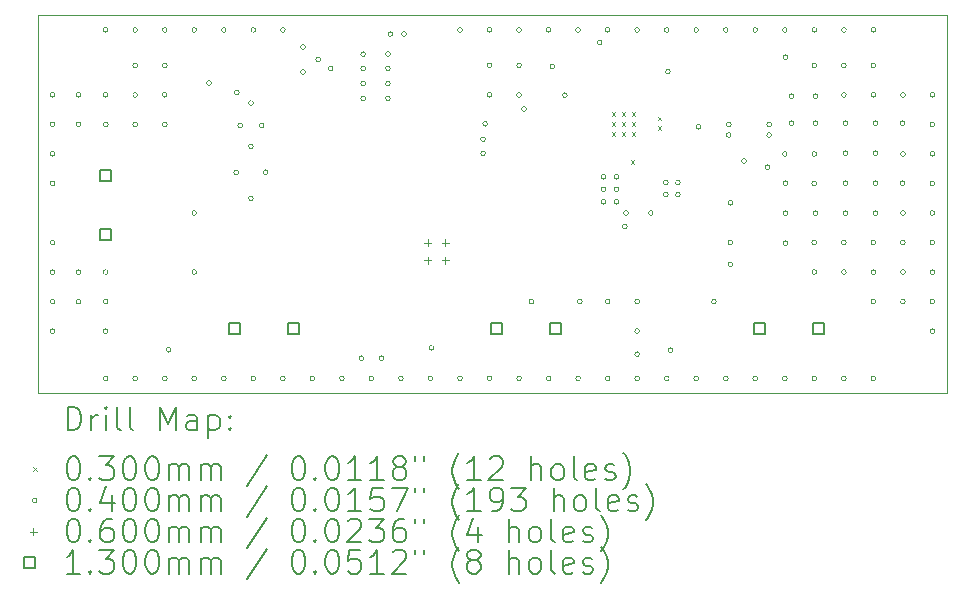
<source format=gbr>
%TF.GenerationSoftware,KiCad,Pcbnew,7.0.8*%
%TF.CreationDate,2023-10-23T09:59:57+02:00*%
%TF.ProjectId,dual-psu,6475616c-2d70-4737-952e-6b696361645f,rev?*%
%TF.SameCoordinates,Original*%
%TF.FileFunction,Drillmap*%
%TF.FilePolarity,Positive*%
%FSLAX45Y45*%
G04 Gerber Fmt 4.5, Leading zero omitted, Abs format (unit mm)*
G04 Created by KiCad (PCBNEW 7.0.8) date 2023-10-23 09:59:57*
%MOMM*%
%LPD*%
G01*
G04 APERTURE LIST*
%ADD10C,0.100000*%
%ADD11C,0.200000*%
%ADD12C,0.030000*%
%ADD13C,0.040000*%
%ADD14C,0.060000*%
%ADD15C,0.130000*%
G04 APERTURE END LIST*
D10*
X1900000Y-1500000D02*
X9600000Y-1500000D01*
X9600000Y-1500000D02*
X9600000Y-4700000D01*
X1900000Y-4700000D02*
X1900000Y-1500000D01*
X1900000Y-4700000D02*
X9600000Y-4700000D01*
D11*
D12*
X6761500Y-2320600D02*
X6791500Y-2350600D01*
X6791500Y-2320600D02*
X6761500Y-2350600D01*
X6761500Y-2405600D02*
X6791500Y-2435600D01*
X6791500Y-2405600D02*
X6761500Y-2435600D01*
X6761500Y-2490600D02*
X6791500Y-2520600D01*
X6791500Y-2490600D02*
X6761500Y-2520600D01*
X6846500Y-2320600D02*
X6876500Y-2350600D01*
X6876500Y-2320600D02*
X6846500Y-2350600D01*
X6846500Y-2405600D02*
X6876500Y-2435600D01*
X6876500Y-2405600D02*
X6846500Y-2435600D01*
X6846500Y-2490600D02*
X6876500Y-2520600D01*
X6876500Y-2490600D02*
X6846500Y-2520600D01*
X6921500Y-2730600D02*
X6951500Y-2760600D01*
X6951500Y-2730600D02*
X6921500Y-2760600D01*
X6931500Y-2320600D02*
X6961500Y-2350600D01*
X6961500Y-2320600D02*
X6931500Y-2350600D01*
X6931500Y-2405600D02*
X6961500Y-2435600D01*
X6961500Y-2405600D02*
X6931500Y-2435600D01*
X6931500Y-2490600D02*
X6961500Y-2520600D01*
X6961500Y-2490600D02*
X6931500Y-2520600D01*
X7151500Y-2360600D02*
X7181500Y-2390600D01*
X7181500Y-2360600D02*
X7151500Y-2390600D01*
X7151500Y-2440600D02*
X7181500Y-2470600D01*
X7181500Y-2440600D02*
X7151500Y-2470600D01*
D13*
X2046500Y-2175600D02*
G75*
G03*
X2046500Y-2175600I-20000J0D01*
G01*
X2046500Y-2425600D02*
G75*
G03*
X2046500Y-2425600I-20000J0D01*
G01*
X2046500Y-2675600D02*
G75*
G03*
X2046500Y-2675600I-20000J0D01*
G01*
X2046500Y-2925600D02*
G75*
G03*
X2046500Y-2925600I-20000J0D01*
G01*
X2046500Y-3425600D02*
G75*
G03*
X2046500Y-3425600I-20000J0D01*
G01*
X2046500Y-3675600D02*
G75*
G03*
X2046500Y-3675600I-20000J0D01*
G01*
X2046500Y-3925600D02*
G75*
G03*
X2046500Y-3925600I-20000J0D01*
G01*
X2046500Y-4175600D02*
G75*
G03*
X2046500Y-4175600I-20000J0D01*
G01*
X2266500Y-2175600D02*
G75*
G03*
X2266500Y-2175600I-20000J0D01*
G01*
X2266500Y-2425600D02*
G75*
G03*
X2266500Y-2425600I-20000J0D01*
G01*
X2266500Y-3675600D02*
G75*
G03*
X2266500Y-3675600I-20000J0D01*
G01*
X2266500Y-3925600D02*
G75*
G03*
X2266500Y-3925600I-20000J0D01*
G01*
X2496500Y-1625600D02*
G75*
G03*
X2496500Y-1625600I-20000J0D01*
G01*
X2496500Y-2175600D02*
G75*
G03*
X2496500Y-2175600I-20000J0D01*
G01*
X2496500Y-2425600D02*
G75*
G03*
X2496500Y-2425600I-20000J0D01*
G01*
X2496500Y-3675600D02*
G75*
G03*
X2496500Y-3675600I-20000J0D01*
G01*
X2496500Y-3925600D02*
G75*
G03*
X2496500Y-3925600I-20000J0D01*
G01*
X2496500Y-4175600D02*
G75*
G03*
X2496500Y-4175600I-20000J0D01*
G01*
X2496500Y-4575600D02*
G75*
G03*
X2496500Y-4575600I-20000J0D01*
G01*
X2746500Y-1625600D02*
G75*
G03*
X2746500Y-1625600I-20000J0D01*
G01*
X2746500Y-1925600D02*
G75*
G03*
X2746500Y-1925600I-20000J0D01*
G01*
X2746500Y-2175600D02*
G75*
G03*
X2746500Y-2175600I-20000J0D01*
G01*
X2746500Y-2425600D02*
G75*
G03*
X2746500Y-2425600I-20000J0D01*
G01*
X2746500Y-4575600D02*
G75*
G03*
X2746500Y-4575600I-20000J0D01*
G01*
X2996500Y-1625600D02*
G75*
G03*
X2996500Y-1625600I-20000J0D01*
G01*
X2996500Y-1925600D02*
G75*
G03*
X2996500Y-1925600I-20000J0D01*
G01*
X2996500Y-2175600D02*
G75*
G03*
X2996500Y-2175600I-20000J0D01*
G01*
X2996500Y-2425600D02*
G75*
G03*
X2996500Y-2425600I-20000J0D01*
G01*
X2996500Y-4575600D02*
G75*
G03*
X2996500Y-4575600I-20000J0D01*
G01*
X3029000Y-4333100D02*
G75*
G03*
X3029000Y-4333100I-20000J0D01*
G01*
X3246500Y-1625600D02*
G75*
G03*
X3246500Y-1625600I-20000J0D01*
G01*
X3246500Y-3175600D02*
G75*
G03*
X3246500Y-3175600I-20000J0D01*
G01*
X3246500Y-3675600D02*
G75*
G03*
X3246500Y-3675600I-20000J0D01*
G01*
X3246500Y-4575600D02*
G75*
G03*
X3246500Y-4575600I-20000J0D01*
G01*
X3371500Y-2075600D02*
G75*
G03*
X3371500Y-2075600I-20000J0D01*
G01*
X3496500Y-1625600D02*
G75*
G03*
X3496500Y-1625600I-20000J0D01*
G01*
X3496500Y-4575600D02*
G75*
G03*
X3496500Y-4575600I-20000J0D01*
G01*
X3601500Y-2830600D02*
G75*
G03*
X3601500Y-2830600I-20000J0D01*
G01*
X3606500Y-2155600D02*
G75*
G03*
X3606500Y-2155600I-20000J0D01*
G01*
X3636500Y-2435600D02*
G75*
G03*
X3636500Y-2435600I-20000J0D01*
G01*
X3726500Y-2245600D02*
G75*
G03*
X3726500Y-2245600I-20000J0D01*
G01*
X3726500Y-2610600D02*
G75*
G03*
X3726500Y-2610600I-20000J0D01*
G01*
X3726500Y-3050600D02*
G75*
G03*
X3726500Y-3050600I-20000J0D01*
G01*
X3746500Y-1625600D02*
G75*
G03*
X3746500Y-1625600I-20000J0D01*
G01*
X3746500Y-4575600D02*
G75*
G03*
X3746500Y-4575600I-20000J0D01*
G01*
X3816500Y-2435600D02*
G75*
G03*
X3816500Y-2435600I-20000J0D01*
G01*
X3851500Y-2830600D02*
G75*
G03*
X3851500Y-2830600I-20000J0D01*
G01*
X3996500Y-1625600D02*
G75*
G03*
X3996500Y-1625600I-20000J0D01*
G01*
X3996500Y-4575600D02*
G75*
G03*
X3996500Y-4575600I-20000J0D01*
G01*
X4166500Y-1770600D02*
G75*
G03*
X4166500Y-1770600I-20000J0D01*
G01*
X4166500Y-1980600D02*
G75*
G03*
X4166500Y-1980600I-20000J0D01*
G01*
X4246500Y-4575600D02*
G75*
G03*
X4246500Y-4575600I-20000J0D01*
G01*
X4296500Y-1875600D02*
G75*
G03*
X4296500Y-1875600I-20000J0D01*
G01*
X4401500Y-1950600D02*
G75*
G03*
X4401500Y-1950600I-20000J0D01*
G01*
X4496500Y-4575600D02*
G75*
G03*
X4496500Y-4575600I-20000J0D01*
G01*
X4661500Y-4405600D02*
G75*
G03*
X4661500Y-4405600I-20000J0D01*
G01*
X4676500Y-1830600D02*
G75*
G03*
X4676500Y-1830600I-20000J0D01*
G01*
X4676500Y-1950600D02*
G75*
G03*
X4676500Y-1950600I-20000J0D01*
G01*
X4676500Y-2080600D02*
G75*
G03*
X4676500Y-2080600I-20000J0D01*
G01*
X4676500Y-2205600D02*
G75*
G03*
X4676500Y-2205600I-20000J0D01*
G01*
X4746500Y-4575600D02*
G75*
G03*
X4746500Y-4575600I-20000J0D01*
G01*
X4831500Y-4405600D02*
G75*
G03*
X4831500Y-4405600I-20000J0D01*
G01*
X4886500Y-1830600D02*
G75*
G03*
X4886500Y-1830600I-20000J0D01*
G01*
X4886500Y-1950600D02*
G75*
G03*
X4886500Y-1950600I-20000J0D01*
G01*
X4886500Y-2080600D02*
G75*
G03*
X4886500Y-2080600I-20000J0D01*
G01*
X4886500Y-2205600D02*
G75*
G03*
X4886500Y-2205600I-20000J0D01*
G01*
X4906500Y-1660600D02*
G75*
G03*
X4906500Y-1660600I-20000J0D01*
G01*
X4996500Y-4575600D02*
G75*
G03*
X4996500Y-4575600I-20000J0D01*
G01*
X5021500Y-1660600D02*
G75*
G03*
X5021500Y-1660600I-20000J0D01*
G01*
X5246500Y-4575600D02*
G75*
G03*
X5246500Y-4575600I-20000J0D01*
G01*
X5254000Y-4318100D02*
G75*
G03*
X5254000Y-4318100I-20000J0D01*
G01*
X5496500Y-1625600D02*
G75*
G03*
X5496500Y-1625600I-20000J0D01*
G01*
X5496500Y-4575600D02*
G75*
G03*
X5496500Y-4575600I-20000J0D01*
G01*
X5691500Y-2550600D02*
G75*
G03*
X5691500Y-2550600I-20000J0D01*
G01*
X5691500Y-2670600D02*
G75*
G03*
X5691500Y-2670600I-20000J0D01*
G01*
X5709000Y-2420600D02*
G75*
G03*
X5709000Y-2420600I-20000J0D01*
G01*
X5746500Y-1625600D02*
G75*
G03*
X5746500Y-1625600I-20000J0D01*
G01*
X5746500Y-1925600D02*
G75*
G03*
X5746500Y-1925600I-20000J0D01*
G01*
X5746500Y-2175600D02*
G75*
G03*
X5746500Y-2175600I-20000J0D01*
G01*
X5746500Y-4575600D02*
G75*
G03*
X5746500Y-4575600I-20000J0D01*
G01*
X5996500Y-1625600D02*
G75*
G03*
X5996500Y-1625600I-20000J0D01*
G01*
X5996500Y-1925600D02*
G75*
G03*
X5996500Y-1925600I-20000J0D01*
G01*
X5996500Y-2175600D02*
G75*
G03*
X5996500Y-2175600I-20000J0D01*
G01*
X5996500Y-4575600D02*
G75*
G03*
X5996500Y-4575600I-20000J0D01*
G01*
X6039000Y-2295600D02*
G75*
G03*
X6039000Y-2295600I-20000J0D01*
G01*
X6101500Y-3925600D02*
G75*
G03*
X6101500Y-3925600I-20000J0D01*
G01*
X6246500Y-1625600D02*
G75*
G03*
X6246500Y-1625600I-20000J0D01*
G01*
X6246500Y-4575600D02*
G75*
G03*
X6246500Y-4575600I-20000J0D01*
G01*
X6279000Y-1935600D02*
G75*
G03*
X6279000Y-1935600I-20000J0D01*
G01*
X6384000Y-2178100D02*
G75*
G03*
X6384000Y-2178100I-20000J0D01*
G01*
X6496500Y-1625600D02*
G75*
G03*
X6496500Y-1625600I-20000J0D01*
G01*
X6496500Y-4575600D02*
G75*
G03*
X6496500Y-4575600I-20000J0D01*
G01*
X6511500Y-3925600D02*
G75*
G03*
X6511500Y-3925600I-20000J0D01*
G01*
X6679000Y-1733100D02*
G75*
G03*
X6679000Y-1733100I-20000J0D01*
G01*
X6711500Y-2870600D02*
G75*
G03*
X6711500Y-2870600I-20000J0D01*
G01*
X6711500Y-2975600D02*
G75*
G03*
X6711500Y-2975600I-20000J0D01*
G01*
X6711500Y-3080600D02*
G75*
G03*
X6711500Y-3080600I-20000J0D01*
G01*
X6746500Y-1625600D02*
G75*
G03*
X6746500Y-1625600I-20000J0D01*
G01*
X6746500Y-3925600D02*
G75*
G03*
X6746500Y-3925600I-20000J0D01*
G01*
X6746500Y-4575600D02*
G75*
G03*
X6746500Y-4575600I-20000J0D01*
G01*
X6821500Y-2870600D02*
G75*
G03*
X6821500Y-2870600I-20000J0D01*
G01*
X6821500Y-2975600D02*
G75*
G03*
X6821500Y-2975600I-20000J0D01*
G01*
X6821500Y-3080600D02*
G75*
G03*
X6821500Y-3080600I-20000J0D01*
G01*
X6891500Y-3290600D02*
G75*
G03*
X6891500Y-3290600I-20000J0D01*
G01*
X6901500Y-3175600D02*
G75*
G03*
X6901500Y-3175600I-20000J0D01*
G01*
X6996500Y-1625600D02*
G75*
G03*
X6996500Y-1625600I-20000J0D01*
G01*
X6996500Y-3925600D02*
G75*
G03*
X6996500Y-3925600I-20000J0D01*
G01*
X6996500Y-4175600D02*
G75*
G03*
X6996500Y-4175600I-20000J0D01*
G01*
X6996500Y-4370600D02*
G75*
G03*
X6996500Y-4370600I-20000J0D01*
G01*
X6996500Y-4575600D02*
G75*
G03*
X6996500Y-4575600I-20000J0D01*
G01*
X7111500Y-3175600D02*
G75*
G03*
X7111500Y-3175600I-20000J0D01*
G01*
X7239000Y-2918100D02*
G75*
G03*
X7239000Y-2918100I-20000J0D01*
G01*
X7239000Y-3020600D02*
G75*
G03*
X7239000Y-3020600I-20000J0D01*
G01*
X7246500Y-1625600D02*
G75*
G03*
X7246500Y-1625600I-20000J0D01*
G01*
X7246500Y-4575600D02*
G75*
G03*
X7246500Y-4575600I-20000J0D01*
G01*
X7256500Y-1979350D02*
G75*
G03*
X7256500Y-1979350I-20000J0D01*
G01*
X7279000Y-4338100D02*
G75*
G03*
X7279000Y-4338100I-20000J0D01*
G01*
X7341500Y-2918100D02*
G75*
G03*
X7341500Y-2918100I-20000J0D01*
G01*
X7341500Y-3020600D02*
G75*
G03*
X7341500Y-3020600I-20000J0D01*
G01*
X7496500Y-1625600D02*
G75*
G03*
X7496500Y-1625600I-20000J0D01*
G01*
X7496500Y-4575600D02*
G75*
G03*
X7496500Y-4575600I-20000J0D01*
G01*
X7516500Y-2445600D02*
G75*
G03*
X7516500Y-2445600I-20000J0D01*
G01*
X7646500Y-3925600D02*
G75*
G03*
X7646500Y-3925600I-20000J0D01*
G01*
X7746500Y-1625600D02*
G75*
G03*
X7746500Y-1625600I-20000J0D01*
G01*
X7746500Y-4575600D02*
G75*
G03*
X7746500Y-4575600I-20000J0D01*
G01*
X7771500Y-2425600D02*
G75*
G03*
X7771500Y-2425600I-20000J0D01*
G01*
X7771500Y-2515600D02*
G75*
G03*
X7771500Y-2515600I-20000J0D01*
G01*
X7786500Y-3090600D02*
G75*
G03*
X7786500Y-3090600I-20000J0D01*
G01*
X7786500Y-3425600D02*
G75*
G03*
X7786500Y-3425600I-20000J0D01*
G01*
X7786500Y-3610600D02*
G75*
G03*
X7786500Y-3610600I-20000J0D01*
G01*
X7901500Y-2735600D02*
G75*
G03*
X7901500Y-2735600I-20000J0D01*
G01*
X7996500Y-1625600D02*
G75*
G03*
X7996500Y-1625600I-20000J0D01*
G01*
X7996500Y-4575600D02*
G75*
G03*
X7996500Y-4575600I-20000J0D01*
G01*
X8099000Y-2788100D02*
G75*
G03*
X8099000Y-2788100I-20000J0D01*
G01*
X8114000Y-2425600D02*
G75*
G03*
X8114000Y-2425600I-20000J0D01*
G01*
X8114000Y-2515600D02*
G75*
G03*
X8114000Y-2515600I-20000J0D01*
G01*
X8246500Y-1625600D02*
G75*
G03*
X8246500Y-1625600I-20000J0D01*
G01*
X8246500Y-2675600D02*
G75*
G03*
X8246500Y-2675600I-20000J0D01*
G01*
X8246500Y-4575600D02*
G75*
G03*
X8246500Y-4575600I-20000J0D01*
G01*
X8251500Y-1856000D02*
G75*
G03*
X8251500Y-1856000I-20000J0D01*
G01*
X8251500Y-2922800D02*
G75*
G03*
X8251500Y-2922800I-20000J0D01*
G01*
X8251500Y-3176800D02*
G75*
G03*
X8251500Y-3176800I-20000J0D01*
G01*
X8251500Y-3430800D02*
G75*
G03*
X8251500Y-3430800I-20000J0D01*
G01*
X8302300Y-2186200D02*
G75*
G03*
X8302300Y-2186200I-20000J0D01*
G01*
X8302300Y-2414800D02*
G75*
G03*
X8302300Y-2414800I-20000J0D01*
G01*
X8496500Y-1625600D02*
G75*
G03*
X8496500Y-1625600I-20000J0D01*
G01*
X8496500Y-1925600D02*
G75*
G03*
X8496500Y-1925600I-20000J0D01*
G01*
X8496500Y-2675600D02*
G75*
G03*
X8496500Y-2675600I-20000J0D01*
G01*
X8496500Y-2925600D02*
G75*
G03*
X8496500Y-2925600I-20000J0D01*
G01*
X8496500Y-3425600D02*
G75*
G03*
X8496500Y-3425600I-20000J0D01*
G01*
X8496500Y-3675600D02*
G75*
G03*
X8496500Y-3675600I-20000J0D01*
G01*
X8496500Y-4575600D02*
G75*
G03*
X8496500Y-4575600I-20000J0D01*
G01*
X8505500Y-2186200D02*
G75*
G03*
X8505500Y-2186200I-20000J0D01*
G01*
X8505500Y-2414800D02*
G75*
G03*
X8505500Y-2414800I-20000J0D01*
G01*
X8505500Y-3176800D02*
G75*
G03*
X8505500Y-3176800I-20000J0D01*
G01*
X8746500Y-1625600D02*
G75*
G03*
X8746500Y-1625600I-20000J0D01*
G01*
X8746500Y-1925600D02*
G75*
G03*
X8746500Y-1925600I-20000J0D01*
G01*
X8746500Y-2175600D02*
G75*
G03*
X8746500Y-2175600I-20000J0D01*
G01*
X8746500Y-3425600D02*
G75*
G03*
X8746500Y-3425600I-20000J0D01*
G01*
X8746500Y-3675600D02*
G75*
G03*
X8746500Y-3675600I-20000J0D01*
G01*
X8746500Y-4575600D02*
G75*
G03*
X8746500Y-4575600I-20000J0D01*
G01*
X8759500Y-2414800D02*
G75*
G03*
X8759500Y-2414800I-20000J0D01*
G01*
X8759500Y-2668800D02*
G75*
G03*
X8759500Y-2668800I-20000J0D01*
G01*
X8759500Y-2922800D02*
G75*
G03*
X8759500Y-2922800I-20000J0D01*
G01*
X8759500Y-3176800D02*
G75*
G03*
X8759500Y-3176800I-20000J0D01*
G01*
X8996500Y-1625600D02*
G75*
G03*
X8996500Y-1625600I-20000J0D01*
G01*
X8996500Y-1925600D02*
G75*
G03*
X8996500Y-1925600I-20000J0D01*
G01*
X8996500Y-2175600D02*
G75*
G03*
X8996500Y-2175600I-20000J0D01*
G01*
X8996500Y-3425600D02*
G75*
G03*
X8996500Y-3425600I-20000J0D01*
G01*
X8996500Y-3675600D02*
G75*
G03*
X8996500Y-3675600I-20000J0D01*
G01*
X8996500Y-3925600D02*
G75*
G03*
X8996500Y-3925600I-20000J0D01*
G01*
X8996500Y-4575600D02*
G75*
G03*
X8996500Y-4575600I-20000J0D01*
G01*
X9013500Y-2414800D02*
G75*
G03*
X9013500Y-2414800I-20000J0D01*
G01*
X9013500Y-2668800D02*
G75*
G03*
X9013500Y-2668800I-20000J0D01*
G01*
X9013500Y-2922800D02*
G75*
G03*
X9013500Y-2922800I-20000J0D01*
G01*
X9013500Y-3176800D02*
G75*
G03*
X9013500Y-3176800I-20000J0D01*
G01*
X9242100Y-2414800D02*
G75*
G03*
X9242100Y-2414800I-20000J0D01*
G01*
X9242100Y-2922800D02*
G75*
G03*
X9242100Y-2922800I-20000J0D01*
G01*
X9246500Y-2175600D02*
G75*
G03*
X9246500Y-2175600I-20000J0D01*
G01*
X9246500Y-2675600D02*
G75*
G03*
X9246500Y-2675600I-20000J0D01*
G01*
X9246500Y-3175600D02*
G75*
G03*
X9246500Y-3175600I-20000J0D01*
G01*
X9246500Y-3425600D02*
G75*
G03*
X9246500Y-3425600I-20000J0D01*
G01*
X9246500Y-3675600D02*
G75*
G03*
X9246500Y-3675600I-20000J0D01*
G01*
X9246500Y-3925600D02*
G75*
G03*
X9246500Y-3925600I-20000J0D01*
G01*
X9496500Y-2175600D02*
G75*
G03*
X9496500Y-2175600I-20000J0D01*
G01*
X9496500Y-2425600D02*
G75*
G03*
X9496500Y-2425600I-20000J0D01*
G01*
X9496500Y-2675600D02*
G75*
G03*
X9496500Y-2675600I-20000J0D01*
G01*
X9496500Y-2925600D02*
G75*
G03*
X9496500Y-2925600I-20000J0D01*
G01*
X9496500Y-3175600D02*
G75*
G03*
X9496500Y-3175600I-20000J0D01*
G01*
X9496500Y-3425600D02*
G75*
G03*
X9496500Y-3425600I-20000J0D01*
G01*
X9496500Y-3675600D02*
G75*
G03*
X9496500Y-3675600I-20000J0D01*
G01*
X9496500Y-3925600D02*
G75*
G03*
X9496500Y-3925600I-20000J0D01*
G01*
X9496500Y-4175600D02*
G75*
G03*
X9496500Y-4175600I-20000J0D01*
G01*
D14*
X5201500Y-3395600D02*
X5201500Y-3455600D01*
X5171500Y-3425600D02*
X5231500Y-3425600D01*
X5201500Y-3545600D02*
X5201500Y-3605600D01*
X5171500Y-3575600D02*
X5231500Y-3575600D01*
X5351500Y-3395600D02*
X5351500Y-3455600D01*
X5321500Y-3425600D02*
X5381500Y-3425600D01*
X5351500Y-3545600D02*
X5351500Y-3605600D01*
X5321500Y-3575600D02*
X5381500Y-3575600D01*
D15*
X2522462Y-2901562D02*
X2522462Y-2809638D01*
X2430538Y-2809638D01*
X2430538Y-2901562D01*
X2522462Y-2901562D01*
X2522462Y-3401562D02*
X2522462Y-3309638D01*
X2430538Y-3309638D01*
X2430538Y-3401562D01*
X2522462Y-3401562D01*
X3609962Y-4196562D02*
X3609962Y-4104638D01*
X3518038Y-4104638D01*
X3518038Y-4196562D01*
X3609962Y-4196562D01*
X4109962Y-4196562D02*
X4109962Y-4104638D01*
X4018038Y-4104638D01*
X4018038Y-4196562D01*
X4109962Y-4196562D01*
X5832462Y-4196562D02*
X5832462Y-4104638D01*
X5740538Y-4104638D01*
X5740538Y-4196562D01*
X5832462Y-4196562D01*
X6332462Y-4196562D02*
X6332462Y-4104638D01*
X6240538Y-4104638D01*
X6240538Y-4196562D01*
X6332462Y-4196562D01*
X8054962Y-4196562D02*
X8054962Y-4104638D01*
X7963038Y-4104638D01*
X7963038Y-4196562D01*
X8054962Y-4196562D01*
X8554962Y-4196562D02*
X8554962Y-4104638D01*
X8463038Y-4104638D01*
X8463038Y-4196562D01*
X8554962Y-4196562D01*
D11*
X2155777Y-5016484D02*
X2155777Y-4816484D01*
X2155777Y-4816484D02*
X2203396Y-4816484D01*
X2203396Y-4816484D02*
X2231967Y-4826008D01*
X2231967Y-4826008D02*
X2251015Y-4845055D01*
X2251015Y-4845055D02*
X2260539Y-4864103D01*
X2260539Y-4864103D02*
X2270063Y-4902198D01*
X2270063Y-4902198D02*
X2270063Y-4930770D01*
X2270063Y-4930770D02*
X2260539Y-4968865D01*
X2260539Y-4968865D02*
X2251015Y-4987912D01*
X2251015Y-4987912D02*
X2231967Y-5006960D01*
X2231967Y-5006960D02*
X2203396Y-5016484D01*
X2203396Y-5016484D02*
X2155777Y-5016484D01*
X2355777Y-5016484D02*
X2355777Y-4883150D01*
X2355777Y-4921246D02*
X2365301Y-4902198D01*
X2365301Y-4902198D02*
X2374824Y-4892674D01*
X2374824Y-4892674D02*
X2393872Y-4883150D01*
X2393872Y-4883150D02*
X2412920Y-4883150D01*
X2479586Y-5016484D02*
X2479586Y-4883150D01*
X2479586Y-4816484D02*
X2470063Y-4826008D01*
X2470063Y-4826008D02*
X2479586Y-4835531D01*
X2479586Y-4835531D02*
X2489110Y-4826008D01*
X2489110Y-4826008D02*
X2479586Y-4816484D01*
X2479586Y-4816484D02*
X2479586Y-4835531D01*
X2603396Y-5016484D02*
X2584348Y-5006960D01*
X2584348Y-5006960D02*
X2574824Y-4987912D01*
X2574824Y-4987912D02*
X2574824Y-4816484D01*
X2708158Y-5016484D02*
X2689110Y-5006960D01*
X2689110Y-5006960D02*
X2679586Y-4987912D01*
X2679586Y-4987912D02*
X2679586Y-4816484D01*
X2936729Y-5016484D02*
X2936729Y-4816484D01*
X2936729Y-4816484D02*
X3003396Y-4959341D01*
X3003396Y-4959341D02*
X3070062Y-4816484D01*
X3070062Y-4816484D02*
X3070062Y-5016484D01*
X3251015Y-5016484D02*
X3251015Y-4911722D01*
X3251015Y-4911722D02*
X3241491Y-4892674D01*
X3241491Y-4892674D02*
X3222443Y-4883150D01*
X3222443Y-4883150D02*
X3184348Y-4883150D01*
X3184348Y-4883150D02*
X3165301Y-4892674D01*
X3251015Y-5006960D02*
X3231967Y-5016484D01*
X3231967Y-5016484D02*
X3184348Y-5016484D01*
X3184348Y-5016484D02*
X3165301Y-5006960D01*
X3165301Y-5006960D02*
X3155777Y-4987912D01*
X3155777Y-4987912D02*
X3155777Y-4968865D01*
X3155777Y-4968865D02*
X3165301Y-4949817D01*
X3165301Y-4949817D02*
X3184348Y-4940293D01*
X3184348Y-4940293D02*
X3231967Y-4940293D01*
X3231967Y-4940293D02*
X3251015Y-4930770D01*
X3346253Y-4883150D02*
X3346253Y-5083150D01*
X3346253Y-4892674D02*
X3365301Y-4883150D01*
X3365301Y-4883150D02*
X3403396Y-4883150D01*
X3403396Y-4883150D02*
X3422443Y-4892674D01*
X3422443Y-4892674D02*
X3431967Y-4902198D01*
X3431967Y-4902198D02*
X3441491Y-4921246D01*
X3441491Y-4921246D02*
X3441491Y-4978389D01*
X3441491Y-4978389D02*
X3431967Y-4997436D01*
X3431967Y-4997436D02*
X3422443Y-5006960D01*
X3422443Y-5006960D02*
X3403396Y-5016484D01*
X3403396Y-5016484D02*
X3365301Y-5016484D01*
X3365301Y-5016484D02*
X3346253Y-5006960D01*
X3527205Y-4997436D02*
X3536729Y-5006960D01*
X3536729Y-5006960D02*
X3527205Y-5016484D01*
X3527205Y-5016484D02*
X3517682Y-5006960D01*
X3517682Y-5006960D02*
X3527205Y-4997436D01*
X3527205Y-4997436D02*
X3527205Y-5016484D01*
X3527205Y-4892674D02*
X3536729Y-4902198D01*
X3536729Y-4902198D02*
X3527205Y-4911722D01*
X3527205Y-4911722D02*
X3517682Y-4902198D01*
X3517682Y-4902198D02*
X3527205Y-4892674D01*
X3527205Y-4892674D02*
X3527205Y-4911722D01*
D12*
X1865000Y-5330000D02*
X1895000Y-5360000D01*
X1895000Y-5330000D02*
X1865000Y-5360000D01*
D11*
X2193872Y-5236484D02*
X2212920Y-5236484D01*
X2212920Y-5236484D02*
X2231967Y-5246008D01*
X2231967Y-5246008D02*
X2241491Y-5255531D01*
X2241491Y-5255531D02*
X2251015Y-5274579D01*
X2251015Y-5274579D02*
X2260539Y-5312674D01*
X2260539Y-5312674D02*
X2260539Y-5360293D01*
X2260539Y-5360293D02*
X2251015Y-5398389D01*
X2251015Y-5398389D02*
X2241491Y-5417436D01*
X2241491Y-5417436D02*
X2231967Y-5426960D01*
X2231967Y-5426960D02*
X2212920Y-5436484D01*
X2212920Y-5436484D02*
X2193872Y-5436484D01*
X2193872Y-5436484D02*
X2174824Y-5426960D01*
X2174824Y-5426960D02*
X2165301Y-5417436D01*
X2165301Y-5417436D02*
X2155777Y-5398389D01*
X2155777Y-5398389D02*
X2146253Y-5360293D01*
X2146253Y-5360293D02*
X2146253Y-5312674D01*
X2146253Y-5312674D02*
X2155777Y-5274579D01*
X2155777Y-5274579D02*
X2165301Y-5255531D01*
X2165301Y-5255531D02*
X2174824Y-5246008D01*
X2174824Y-5246008D02*
X2193872Y-5236484D01*
X2346253Y-5417436D02*
X2355777Y-5426960D01*
X2355777Y-5426960D02*
X2346253Y-5436484D01*
X2346253Y-5436484D02*
X2336729Y-5426960D01*
X2336729Y-5426960D02*
X2346253Y-5417436D01*
X2346253Y-5417436D02*
X2346253Y-5436484D01*
X2422444Y-5236484D02*
X2546253Y-5236484D01*
X2546253Y-5236484D02*
X2479586Y-5312674D01*
X2479586Y-5312674D02*
X2508158Y-5312674D01*
X2508158Y-5312674D02*
X2527205Y-5322198D01*
X2527205Y-5322198D02*
X2536729Y-5331722D01*
X2536729Y-5331722D02*
X2546253Y-5350770D01*
X2546253Y-5350770D02*
X2546253Y-5398389D01*
X2546253Y-5398389D02*
X2536729Y-5417436D01*
X2536729Y-5417436D02*
X2527205Y-5426960D01*
X2527205Y-5426960D02*
X2508158Y-5436484D01*
X2508158Y-5436484D02*
X2451015Y-5436484D01*
X2451015Y-5436484D02*
X2431967Y-5426960D01*
X2431967Y-5426960D02*
X2422444Y-5417436D01*
X2670063Y-5236484D02*
X2689110Y-5236484D01*
X2689110Y-5236484D02*
X2708158Y-5246008D01*
X2708158Y-5246008D02*
X2717682Y-5255531D01*
X2717682Y-5255531D02*
X2727205Y-5274579D01*
X2727205Y-5274579D02*
X2736729Y-5312674D01*
X2736729Y-5312674D02*
X2736729Y-5360293D01*
X2736729Y-5360293D02*
X2727205Y-5398389D01*
X2727205Y-5398389D02*
X2717682Y-5417436D01*
X2717682Y-5417436D02*
X2708158Y-5426960D01*
X2708158Y-5426960D02*
X2689110Y-5436484D01*
X2689110Y-5436484D02*
X2670063Y-5436484D01*
X2670063Y-5436484D02*
X2651015Y-5426960D01*
X2651015Y-5426960D02*
X2641491Y-5417436D01*
X2641491Y-5417436D02*
X2631967Y-5398389D01*
X2631967Y-5398389D02*
X2622444Y-5360293D01*
X2622444Y-5360293D02*
X2622444Y-5312674D01*
X2622444Y-5312674D02*
X2631967Y-5274579D01*
X2631967Y-5274579D02*
X2641491Y-5255531D01*
X2641491Y-5255531D02*
X2651015Y-5246008D01*
X2651015Y-5246008D02*
X2670063Y-5236484D01*
X2860539Y-5236484D02*
X2879586Y-5236484D01*
X2879586Y-5236484D02*
X2898634Y-5246008D01*
X2898634Y-5246008D02*
X2908158Y-5255531D01*
X2908158Y-5255531D02*
X2917682Y-5274579D01*
X2917682Y-5274579D02*
X2927205Y-5312674D01*
X2927205Y-5312674D02*
X2927205Y-5360293D01*
X2927205Y-5360293D02*
X2917682Y-5398389D01*
X2917682Y-5398389D02*
X2908158Y-5417436D01*
X2908158Y-5417436D02*
X2898634Y-5426960D01*
X2898634Y-5426960D02*
X2879586Y-5436484D01*
X2879586Y-5436484D02*
X2860539Y-5436484D01*
X2860539Y-5436484D02*
X2841491Y-5426960D01*
X2841491Y-5426960D02*
X2831967Y-5417436D01*
X2831967Y-5417436D02*
X2822443Y-5398389D01*
X2822443Y-5398389D02*
X2812920Y-5360293D01*
X2812920Y-5360293D02*
X2812920Y-5312674D01*
X2812920Y-5312674D02*
X2822443Y-5274579D01*
X2822443Y-5274579D02*
X2831967Y-5255531D01*
X2831967Y-5255531D02*
X2841491Y-5246008D01*
X2841491Y-5246008D02*
X2860539Y-5236484D01*
X3012920Y-5436484D02*
X3012920Y-5303150D01*
X3012920Y-5322198D02*
X3022443Y-5312674D01*
X3022443Y-5312674D02*
X3041491Y-5303150D01*
X3041491Y-5303150D02*
X3070063Y-5303150D01*
X3070063Y-5303150D02*
X3089110Y-5312674D01*
X3089110Y-5312674D02*
X3098634Y-5331722D01*
X3098634Y-5331722D02*
X3098634Y-5436484D01*
X3098634Y-5331722D02*
X3108158Y-5312674D01*
X3108158Y-5312674D02*
X3127205Y-5303150D01*
X3127205Y-5303150D02*
X3155777Y-5303150D01*
X3155777Y-5303150D02*
X3174824Y-5312674D01*
X3174824Y-5312674D02*
X3184348Y-5331722D01*
X3184348Y-5331722D02*
X3184348Y-5436484D01*
X3279586Y-5436484D02*
X3279586Y-5303150D01*
X3279586Y-5322198D02*
X3289110Y-5312674D01*
X3289110Y-5312674D02*
X3308158Y-5303150D01*
X3308158Y-5303150D02*
X3336729Y-5303150D01*
X3336729Y-5303150D02*
X3355777Y-5312674D01*
X3355777Y-5312674D02*
X3365301Y-5331722D01*
X3365301Y-5331722D02*
X3365301Y-5436484D01*
X3365301Y-5331722D02*
X3374824Y-5312674D01*
X3374824Y-5312674D02*
X3393872Y-5303150D01*
X3393872Y-5303150D02*
X3422443Y-5303150D01*
X3422443Y-5303150D02*
X3441491Y-5312674D01*
X3441491Y-5312674D02*
X3451015Y-5331722D01*
X3451015Y-5331722D02*
X3451015Y-5436484D01*
X3841491Y-5226960D02*
X3670063Y-5484103D01*
X4098634Y-5236484D02*
X4117682Y-5236484D01*
X4117682Y-5236484D02*
X4136729Y-5246008D01*
X4136729Y-5246008D02*
X4146253Y-5255531D01*
X4146253Y-5255531D02*
X4155777Y-5274579D01*
X4155777Y-5274579D02*
X4165301Y-5312674D01*
X4165301Y-5312674D02*
X4165301Y-5360293D01*
X4165301Y-5360293D02*
X4155777Y-5398389D01*
X4155777Y-5398389D02*
X4146253Y-5417436D01*
X4146253Y-5417436D02*
X4136729Y-5426960D01*
X4136729Y-5426960D02*
X4117682Y-5436484D01*
X4117682Y-5436484D02*
X4098634Y-5436484D01*
X4098634Y-5436484D02*
X4079586Y-5426960D01*
X4079586Y-5426960D02*
X4070063Y-5417436D01*
X4070063Y-5417436D02*
X4060539Y-5398389D01*
X4060539Y-5398389D02*
X4051015Y-5360293D01*
X4051015Y-5360293D02*
X4051015Y-5312674D01*
X4051015Y-5312674D02*
X4060539Y-5274579D01*
X4060539Y-5274579D02*
X4070063Y-5255531D01*
X4070063Y-5255531D02*
X4079586Y-5246008D01*
X4079586Y-5246008D02*
X4098634Y-5236484D01*
X4251015Y-5417436D02*
X4260539Y-5426960D01*
X4260539Y-5426960D02*
X4251015Y-5436484D01*
X4251015Y-5436484D02*
X4241491Y-5426960D01*
X4241491Y-5426960D02*
X4251015Y-5417436D01*
X4251015Y-5417436D02*
X4251015Y-5436484D01*
X4384348Y-5236484D02*
X4403396Y-5236484D01*
X4403396Y-5236484D02*
X4422444Y-5246008D01*
X4422444Y-5246008D02*
X4431968Y-5255531D01*
X4431968Y-5255531D02*
X4441491Y-5274579D01*
X4441491Y-5274579D02*
X4451015Y-5312674D01*
X4451015Y-5312674D02*
X4451015Y-5360293D01*
X4451015Y-5360293D02*
X4441491Y-5398389D01*
X4441491Y-5398389D02*
X4431968Y-5417436D01*
X4431968Y-5417436D02*
X4422444Y-5426960D01*
X4422444Y-5426960D02*
X4403396Y-5436484D01*
X4403396Y-5436484D02*
X4384348Y-5436484D01*
X4384348Y-5436484D02*
X4365301Y-5426960D01*
X4365301Y-5426960D02*
X4355777Y-5417436D01*
X4355777Y-5417436D02*
X4346253Y-5398389D01*
X4346253Y-5398389D02*
X4336729Y-5360293D01*
X4336729Y-5360293D02*
X4336729Y-5312674D01*
X4336729Y-5312674D02*
X4346253Y-5274579D01*
X4346253Y-5274579D02*
X4355777Y-5255531D01*
X4355777Y-5255531D02*
X4365301Y-5246008D01*
X4365301Y-5246008D02*
X4384348Y-5236484D01*
X4641491Y-5436484D02*
X4527206Y-5436484D01*
X4584348Y-5436484D02*
X4584348Y-5236484D01*
X4584348Y-5236484D02*
X4565301Y-5265055D01*
X4565301Y-5265055D02*
X4546253Y-5284103D01*
X4546253Y-5284103D02*
X4527206Y-5293627D01*
X4831968Y-5436484D02*
X4717682Y-5436484D01*
X4774825Y-5436484D02*
X4774825Y-5236484D01*
X4774825Y-5236484D02*
X4755777Y-5265055D01*
X4755777Y-5265055D02*
X4736729Y-5284103D01*
X4736729Y-5284103D02*
X4717682Y-5293627D01*
X4946253Y-5322198D02*
X4927206Y-5312674D01*
X4927206Y-5312674D02*
X4917682Y-5303150D01*
X4917682Y-5303150D02*
X4908158Y-5284103D01*
X4908158Y-5284103D02*
X4908158Y-5274579D01*
X4908158Y-5274579D02*
X4917682Y-5255531D01*
X4917682Y-5255531D02*
X4927206Y-5246008D01*
X4927206Y-5246008D02*
X4946253Y-5236484D01*
X4946253Y-5236484D02*
X4984349Y-5236484D01*
X4984349Y-5236484D02*
X5003396Y-5246008D01*
X5003396Y-5246008D02*
X5012920Y-5255531D01*
X5012920Y-5255531D02*
X5022444Y-5274579D01*
X5022444Y-5274579D02*
X5022444Y-5284103D01*
X5022444Y-5284103D02*
X5012920Y-5303150D01*
X5012920Y-5303150D02*
X5003396Y-5312674D01*
X5003396Y-5312674D02*
X4984349Y-5322198D01*
X4984349Y-5322198D02*
X4946253Y-5322198D01*
X4946253Y-5322198D02*
X4927206Y-5331722D01*
X4927206Y-5331722D02*
X4917682Y-5341246D01*
X4917682Y-5341246D02*
X4908158Y-5360293D01*
X4908158Y-5360293D02*
X4908158Y-5398389D01*
X4908158Y-5398389D02*
X4917682Y-5417436D01*
X4917682Y-5417436D02*
X4927206Y-5426960D01*
X4927206Y-5426960D02*
X4946253Y-5436484D01*
X4946253Y-5436484D02*
X4984349Y-5436484D01*
X4984349Y-5436484D02*
X5003396Y-5426960D01*
X5003396Y-5426960D02*
X5012920Y-5417436D01*
X5012920Y-5417436D02*
X5022444Y-5398389D01*
X5022444Y-5398389D02*
X5022444Y-5360293D01*
X5022444Y-5360293D02*
X5012920Y-5341246D01*
X5012920Y-5341246D02*
X5003396Y-5331722D01*
X5003396Y-5331722D02*
X4984349Y-5322198D01*
X5098634Y-5236484D02*
X5098634Y-5274579D01*
X5174825Y-5236484D02*
X5174825Y-5274579D01*
X5470063Y-5512674D02*
X5460539Y-5503150D01*
X5460539Y-5503150D02*
X5441491Y-5474579D01*
X5441491Y-5474579D02*
X5431968Y-5455531D01*
X5431968Y-5455531D02*
X5422444Y-5426960D01*
X5422444Y-5426960D02*
X5412920Y-5379341D01*
X5412920Y-5379341D02*
X5412920Y-5341246D01*
X5412920Y-5341246D02*
X5422444Y-5293627D01*
X5422444Y-5293627D02*
X5431968Y-5265055D01*
X5431968Y-5265055D02*
X5441491Y-5246008D01*
X5441491Y-5246008D02*
X5460539Y-5217436D01*
X5460539Y-5217436D02*
X5470063Y-5207912D01*
X5651015Y-5436484D02*
X5536730Y-5436484D01*
X5593872Y-5436484D02*
X5593872Y-5236484D01*
X5593872Y-5236484D02*
X5574825Y-5265055D01*
X5574825Y-5265055D02*
X5555777Y-5284103D01*
X5555777Y-5284103D02*
X5536730Y-5293627D01*
X5727206Y-5255531D02*
X5736729Y-5246008D01*
X5736729Y-5246008D02*
X5755777Y-5236484D01*
X5755777Y-5236484D02*
X5803396Y-5236484D01*
X5803396Y-5236484D02*
X5822444Y-5246008D01*
X5822444Y-5246008D02*
X5831968Y-5255531D01*
X5831968Y-5255531D02*
X5841491Y-5274579D01*
X5841491Y-5274579D02*
X5841491Y-5293627D01*
X5841491Y-5293627D02*
X5831968Y-5322198D01*
X5831968Y-5322198D02*
X5717682Y-5436484D01*
X5717682Y-5436484D02*
X5841491Y-5436484D01*
X6079587Y-5436484D02*
X6079587Y-5236484D01*
X6165301Y-5436484D02*
X6165301Y-5331722D01*
X6165301Y-5331722D02*
X6155777Y-5312674D01*
X6155777Y-5312674D02*
X6136730Y-5303150D01*
X6136730Y-5303150D02*
X6108158Y-5303150D01*
X6108158Y-5303150D02*
X6089110Y-5312674D01*
X6089110Y-5312674D02*
X6079587Y-5322198D01*
X6289110Y-5436484D02*
X6270063Y-5426960D01*
X6270063Y-5426960D02*
X6260539Y-5417436D01*
X6260539Y-5417436D02*
X6251015Y-5398389D01*
X6251015Y-5398389D02*
X6251015Y-5341246D01*
X6251015Y-5341246D02*
X6260539Y-5322198D01*
X6260539Y-5322198D02*
X6270063Y-5312674D01*
X6270063Y-5312674D02*
X6289110Y-5303150D01*
X6289110Y-5303150D02*
X6317682Y-5303150D01*
X6317682Y-5303150D02*
X6336730Y-5312674D01*
X6336730Y-5312674D02*
X6346253Y-5322198D01*
X6346253Y-5322198D02*
X6355777Y-5341246D01*
X6355777Y-5341246D02*
X6355777Y-5398389D01*
X6355777Y-5398389D02*
X6346253Y-5417436D01*
X6346253Y-5417436D02*
X6336730Y-5426960D01*
X6336730Y-5426960D02*
X6317682Y-5436484D01*
X6317682Y-5436484D02*
X6289110Y-5436484D01*
X6470063Y-5436484D02*
X6451015Y-5426960D01*
X6451015Y-5426960D02*
X6441491Y-5407912D01*
X6441491Y-5407912D02*
X6441491Y-5236484D01*
X6622444Y-5426960D02*
X6603396Y-5436484D01*
X6603396Y-5436484D02*
X6565301Y-5436484D01*
X6565301Y-5436484D02*
X6546253Y-5426960D01*
X6546253Y-5426960D02*
X6536730Y-5407912D01*
X6536730Y-5407912D02*
X6536730Y-5331722D01*
X6536730Y-5331722D02*
X6546253Y-5312674D01*
X6546253Y-5312674D02*
X6565301Y-5303150D01*
X6565301Y-5303150D02*
X6603396Y-5303150D01*
X6603396Y-5303150D02*
X6622444Y-5312674D01*
X6622444Y-5312674D02*
X6631968Y-5331722D01*
X6631968Y-5331722D02*
X6631968Y-5350770D01*
X6631968Y-5350770D02*
X6536730Y-5369817D01*
X6708158Y-5426960D02*
X6727206Y-5436484D01*
X6727206Y-5436484D02*
X6765301Y-5436484D01*
X6765301Y-5436484D02*
X6784349Y-5426960D01*
X6784349Y-5426960D02*
X6793872Y-5407912D01*
X6793872Y-5407912D02*
X6793872Y-5398389D01*
X6793872Y-5398389D02*
X6784349Y-5379341D01*
X6784349Y-5379341D02*
X6765301Y-5369817D01*
X6765301Y-5369817D02*
X6736730Y-5369817D01*
X6736730Y-5369817D02*
X6717682Y-5360293D01*
X6717682Y-5360293D02*
X6708158Y-5341246D01*
X6708158Y-5341246D02*
X6708158Y-5331722D01*
X6708158Y-5331722D02*
X6717682Y-5312674D01*
X6717682Y-5312674D02*
X6736730Y-5303150D01*
X6736730Y-5303150D02*
X6765301Y-5303150D01*
X6765301Y-5303150D02*
X6784349Y-5312674D01*
X6860539Y-5512674D02*
X6870063Y-5503150D01*
X6870063Y-5503150D02*
X6889111Y-5474579D01*
X6889111Y-5474579D02*
X6898634Y-5455531D01*
X6898634Y-5455531D02*
X6908158Y-5426960D01*
X6908158Y-5426960D02*
X6917682Y-5379341D01*
X6917682Y-5379341D02*
X6917682Y-5341246D01*
X6917682Y-5341246D02*
X6908158Y-5293627D01*
X6908158Y-5293627D02*
X6898634Y-5265055D01*
X6898634Y-5265055D02*
X6889111Y-5246008D01*
X6889111Y-5246008D02*
X6870063Y-5217436D01*
X6870063Y-5217436D02*
X6860539Y-5207912D01*
D13*
X1895000Y-5609000D02*
G75*
G03*
X1895000Y-5609000I-20000J0D01*
G01*
D11*
X2193872Y-5500484D02*
X2212920Y-5500484D01*
X2212920Y-5500484D02*
X2231967Y-5510008D01*
X2231967Y-5510008D02*
X2241491Y-5519531D01*
X2241491Y-5519531D02*
X2251015Y-5538579D01*
X2251015Y-5538579D02*
X2260539Y-5576674D01*
X2260539Y-5576674D02*
X2260539Y-5624293D01*
X2260539Y-5624293D02*
X2251015Y-5662388D01*
X2251015Y-5662388D02*
X2241491Y-5681436D01*
X2241491Y-5681436D02*
X2231967Y-5690960D01*
X2231967Y-5690960D02*
X2212920Y-5700484D01*
X2212920Y-5700484D02*
X2193872Y-5700484D01*
X2193872Y-5700484D02*
X2174824Y-5690960D01*
X2174824Y-5690960D02*
X2165301Y-5681436D01*
X2165301Y-5681436D02*
X2155777Y-5662388D01*
X2155777Y-5662388D02*
X2146253Y-5624293D01*
X2146253Y-5624293D02*
X2146253Y-5576674D01*
X2146253Y-5576674D02*
X2155777Y-5538579D01*
X2155777Y-5538579D02*
X2165301Y-5519531D01*
X2165301Y-5519531D02*
X2174824Y-5510008D01*
X2174824Y-5510008D02*
X2193872Y-5500484D01*
X2346253Y-5681436D02*
X2355777Y-5690960D01*
X2355777Y-5690960D02*
X2346253Y-5700484D01*
X2346253Y-5700484D02*
X2336729Y-5690960D01*
X2336729Y-5690960D02*
X2346253Y-5681436D01*
X2346253Y-5681436D02*
X2346253Y-5700484D01*
X2527205Y-5567150D02*
X2527205Y-5700484D01*
X2479586Y-5490960D02*
X2431967Y-5633817D01*
X2431967Y-5633817D02*
X2555777Y-5633817D01*
X2670063Y-5500484D02*
X2689110Y-5500484D01*
X2689110Y-5500484D02*
X2708158Y-5510008D01*
X2708158Y-5510008D02*
X2717682Y-5519531D01*
X2717682Y-5519531D02*
X2727205Y-5538579D01*
X2727205Y-5538579D02*
X2736729Y-5576674D01*
X2736729Y-5576674D02*
X2736729Y-5624293D01*
X2736729Y-5624293D02*
X2727205Y-5662388D01*
X2727205Y-5662388D02*
X2717682Y-5681436D01*
X2717682Y-5681436D02*
X2708158Y-5690960D01*
X2708158Y-5690960D02*
X2689110Y-5700484D01*
X2689110Y-5700484D02*
X2670063Y-5700484D01*
X2670063Y-5700484D02*
X2651015Y-5690960D01*
X2651015Y-5690960D02*
X2641491Y-5681436D01*
X2641491Y-5681436D02*
X2631967Y-5662388D01*
X2631967Y-5662388D02*
X2622444Y-5624293D01*
X2622444Y-5624293D02*
X2622444Y-5576674D01*
X2622444Y-5576674D02*
X2631967Y-5538579D01*
X2631967Y-5538579D02*
X2641491Y-5519531D01*
X2641491Y-5519531D02*
X2651015Y-5510008D01*
X2651015Y-5510008D02*
X2670063Y-5500484D01*
X2860539Y-5500484D02*
X2879586Y-5500484D01*
X2879586Y-5500484D02*
X2898634Y-5510008D01*
X2898634Y-5510008D02*
X2908158Y-5519531D01*
X2908158Y-5519531D02*
X2917682Y-5538579D01*
X2917682Y-5538579D02*
X2927205Y-5576674D01*
X2927205Y-5576674D02*
X2927205Y-5624293D01*
X2927205Y-5624293D02*
X2917682Y-5662388D01*
X2917682Y-5662388D02*
X2908158Y-5681436D01*
X2908158Y-5681436D02*
X2898634Y-5690960D01*
X2898634Y-5690960D02*
X2879586Y-5700484D01*
X2879586Y-5700484D02*
X2860539Y-5700484D01*
X2860539Y-5700484D02*
X2841491Y-5690960D01*
X2841491Y-5690960D02*
X2831967Y-5681436D01*
X2831967Y-5681436D02*
X2822443Y-5662388D01*
X2822443Y-5662388D02*
X2812920Y-5624293D01*
X2812920Y-5624293D02*
X2812920Y-5576674D01*
X2812920Y-5576674D02*
X2822443Y-5538579D01*
X2822443Y-5538579D02*
X2831967Y-5519531D01*
X2831967Y-5519531D02*
X2841491Y-5510008D01*
X2841491Y-5510008D02*
X2860539Y-5500484D01*
X3012920Y-5700484D02*
X3012920Y-5567150D01*
X3012920Y-5586198D02*
X3022443Y-5576674D01*
X3022443Y-5576674D02*
X3041491Y-5567150D01*
X3041491Y-5567150D02*
X3070063Y-5567150D01*
X3070063Y-5567150D02*
X3089110Y-5576674D01*
X3089110Y-5576674D02*
X3098634Y-5595722D01*
X3098634Y-5595722D02*
X3098634Y-5700484D01*
X3098634Y-5595722D02*
X3108158Y-5576674D01*
X3108158Y-5576674D02*
X3127205Y-5567150D01*
X3127205Y-5567150D02*
X3155777Y-5567150D01*
X3155777Y-5567150D02*
X3174824Y-5576674D01*
X3174824Y-5576674D02*
X3184348Y-5595722D01*
X3184348Y-5595722D02*
X3184348Y-5700484D01*
X3279586Y-5700484D02*
X3279586Y-5567150D01*
X3279586Y-5586198D02*
X3289110Y-5576674D01*
X3289110Y-5576674D02*
X3308158Y-5567150D01*
X3308158Y-5567150D02*
X3336729Y-5567150D01*
X3336729Y-5567150D02*
X3355777Y-5576674D01*
X3355777Y-5576674D02*
X3365301Y-5595722D01*
X3365301Y-5595722D02*
X3365301Y-5700484D01*
X3365301Y-5595722D02*
X3374824Y-5576674D01*
X3374824Y-5576674D02*
X3393872Y-5567150D01*
X3393872Y-5567150D02*
X3422443Y-5567150D01*
X3422443Y-5567150D02*
X3441491Y-5576674D01*
X3441491Y-5576674D02*
X3451015Y-5595722D01*
X3451015Y-5595722D02*
X3451015Y-5700484D01*
X3841491Y-5490960D02*
X3670063Y-5748103D01*
X4098634Y-5500484D02*
X4117682Y-5500484D01*
X4117682Y-5500484D02*
X4136729Y-5510008D01*
X4136729Y-5510008D02*
X4146253Y-5519531D01*
X4146253Y-5519531D02*
X4155777Y-5538579D01*
X4155777Y-5538579D02*
X4165301Y-5576674D01*
X4165301Y-5576674D02*
X4165301Y-5624293D01*
X4165301Y-5624293D02*
X4155777Y-5662388D01*
X4155777Y-5662388D02*
X4146253Y-5681436D01*
X4146253Y-5681436D02*
X4136729Y-5690960D01*
X4136729Y-5690960D02*
X4117682Y-5700484D01*
X4117682Y-5700484D02*
X4098634Y-5700484D01*
X4098634Y-5700484D02*
X4079586Y-5690960D01*
X4079586Y-5690960D02*
X4070063Y-5681436D01*
X4070063Y-5681436D02*
X4060539Y-5662388D01*
X4060539Y-5662388D02*
X4051015Y-5624293D01*
X4051015Y-5624293D02*
X4051015Y-5576674D01*
X4051015Y-5576674D02*
X4060539Y-5538579D01*
X4060539Y-5538579D02*
X4070063Y-5519531D01*
X4070063Y-5519531D02*
X4079586Y-5510008D01*
X4079586Y-5510008D02*
X4098634Y-5500484D01*
X4251015Y-5681436D02*
X4260539Y-5690960D01*
X4260539Y-5690960D02*
X4251015Y-5700484D01*
X4251015Y-5700484D02*
X4241491Y-5690960D01*
X4241491Y-5690960D02*
X4251015Y-5681436D01*
X4251015Y-5681436D02*
X4251015Y-5700484D01*
X4384348Y-5500484D02*
X4403396Y-5500484D01*
X4403396Y-5500484D02*
X4422444Y-5510008D01*
X4422444Y-5510008D02*
X4431968Y-5519531D01*
X4431968Y-5519531D02*
X4441491Y-5538579D01*
X4441491Y-5538579D02*
X4451015Y-5576674D01*
X4451015Y-5576674D02*
X4451015Y-5624293D01*
X4451015Y-5624293D02*
X4441491Y-5662388D01*
X4441491Y-5662388D02*
X4431968Y-5681436D01*
X4431968Y-5681436D02*
X4422444Y-5690960D01*
X4422444Y-5690960D02*
X4403396Y-5700484D01*
X4403396Y-5700484D02*
X4384348Y-5700484D01*
X4384348Y-5700484D02*
X4365301Y-5690960D01*
X4365301Y-5690960D02*
X4355777Y-5681436D01*
X4355777Y-5681436D02*
X4346253Y-5662388D01*
X4346253Y-5662388D02*
X4336729Y-5624293D01*
X4336729Y-5624293D02*
X4336729Y-5576674D01*
X4336729Y-5576674D02*
X4346253Y-5538579D01*
X4346253Y-5538579D02*
X4355777Y-5519531D01*
X4355777Y-5519531D02*
X4365301Y-5510008D01*
X4365301Y-5510008D02*
X4384348Y-5500484D01*
X4641491Y-5700484D02*
X4527206Y-5700484D01*
X4584348Y-5700484D02*
X4584348Y-5500484D01*
X4584348Y-5500484D02*
X4565301Y-5529055D01*
X4565301Y-5529055D02*
X4546253Y-5548103D01*
X4546253Y-5548103D02*
X4527206Y-5557627D01*
X4822444Y-5500484D02*
X4727206Y-5500484D01*
X4727206Y-5500484D02*
X4717682Y-5595722D01*
X4717682Y-5595722D02*
X4727206Y-5586198D01*
X4727206Y-5586198D02*
X4746253Y-5576674D01*
X4746253Y-5576674D02*
X4793872Y-5576674D01*
X4793872Y-5576674D02*
X4812920Y-5586198D01*
X4812920Y-5586198D02*
X4822444Y-5595722D01*
X4822444Y-5595722D02*
X4831968Y-5614769D01*
X4831968Y-5614769D02*
X4831968Y-5662388D01*
X4831968Y-5662388D02*
X4822444Y-5681436D01*
X4822444Y-5681436D02*
X4812920Y-5690960D01*
X4812920Y-5690960D02*
X4793872Y-5700484D01*
X4793872Y-5700484D02*
X4746253Y-5700484D01*
X4746253Y-5700484D02*
X4727206Y-5690960D01*
X4727206Y-5690960D02*
X4717682Y-5681436D01*
X4898634Y-5500484D02*
X5031968Y-5500484D01*
X5031968Y-5500484D02*
X4946253Y-5700484D01*
X5098634Y-5500484D02*
X5098634Y-5538579D01*
X5174825Y-5500484D02*
X5174825Y-5538579D01*
X5470063Y-5776674D02*
X5460539Y-5767150D01*
X5460539Y-5767150D02*
X5441491Y-5738579D01*
X5441491Y-5738579D02*
X5431968Y-5719531D01*
X5431968Y-5719531D02*
X5422444Y-5690960D01*
X5422444Y-5690960D02*
X5412920Y-5643341D01*
X5412920Y-5643341D02*
X5412920Y-5605246D01*
X5412920Y-5605246D02*
X5422444Y-5557627D01*
X5422444Y-5557627D02*
X5431968Y-5529055D01*
X5431968Y-5529055D02*
X5441491Y-5510008D01*
X5441491Y-5510008D02*
X5460539Y-5481436D01*
X5460539Y-5481436D02*
X5470063Y-5471912D01*
X5651015Y-5700484D02*
X5536730Y-5700484D01*
X5593872Y-5700484D02*
X5593872Y-5500484D01*
X5593872Y-5500484D02*
X5574825Y-5529055D01*
X5574825Y-5529055D02*
X5555777Y-5548103D01*
X5555777Y-5548103D02*
X5536730Y-5557627D01*
X5746253Y-5700484D02*
X5784348Y-5700484D01*
X5784348Y-5700484D02*
X5803396Y-5690960D01*
X5803396Y-5690960D02*
X5812920Y-5681436D01*
X5812920Y-5681436D02*
X5831968Y-5652865D01*
X5831968Y-5652865D02*
X5841491Y-5614769D01*
X5841491Y-5614769D02*
X5841491Y-5538579D01*
X5841491Y-5538579D02*
X5831968Y-5519531D01*
X5831968Y-5519531D02*
X5822444Y-5510008D01*
X5822444Y-5510008D02*
X5803396Y-5500484D01*
X5803396Y-5500484D02*
X5765301Y-5500484D01*
X5765301Y-5500484D02*
X5746253Y-5510008D01*
X5746253Y-5510008D02*
X5736729Y-5519531D01*
X5736729Y-5519531D02*
X5727206Y-5538579D01*
X5727206Y-5538579D02*
X5727206Y-5586198D01*
X5727206Y-5586198D02*
X5736729Y-5605246D01*
X5736729Y-5605246D02*
X5746253Y-5614769D01*
X5746253Y-5614769D02*
X5765301Y-5624293D01*
X5765301Y-5624293D02*
X5803396Y-5624293D01*
X5803396Y-5624293D02*
X5822444Y-5614769D01*
X5822444Y-5614769D02*
X5831968Y-5605246D01*
X5831968Y-5605246D02*
X5841491Y-5586198D01*
X5908158Y-5500484D02*
X6031968Y-5500484D01*
X6031968Y-5500484D02*
X5965301Y-5576674D01*
X5965301Y-5576674D02*
X5993872Y-5576674D01*
X5993872Y-5576674D02*
X6012920Y-5586198D01*
X6012920Y-5586198D02*
X6022444Y-5595722D01*
X6022444Y-5595722D02*
X6031968Y-5614769D01*
X6031968Y-5614769D02*
X6031968Y-5662388D01*
X6031968Y-5662388D02*
X6022444Y-5681436D01*
X6022444Y-5681436D02*
X6012920Y-5690960D01*
X6012920Y-5690960D02*
X5993872Y-5700484D01*
X5993872Y-5700484D02*
X5936729Y-5700484D01*
X5936729Y-5700484D02*
X5917682Y-5690960D01*
X5917682Y-5690960D02*
X5908158Y-5681436D01*
X6270063Y-5700484D02*
X6270063Y-5500484D01*
X6355777Y-5700484D02*
X6355777Y-5595722D01*
X6355777Y-5595722D02*
X6346253Y-5576674D01*
X6346253Y-5576674D02*
X6327206Y-5567150D01*
X6327206Y-5567150D02*
X6298634Y-5567150D01*
X6298634Y-5567150D02*
X6279587Y-5576674D01*
X6279587Y-5576674D02*
X6270063Y-5586198D01*
X6479587Y-5700484D02*
X6460539Y-5690960D01*
X6460539Y-5690960D02*
X6451015Y-5681436D01*
X6451015Y-5681436D02*
X6441491Y-5662388D01*
X6441491Y-5662388D02*
X6441491Y-5605246D01*
X6441491Y-5605246D02*
X6451015Y-5586198D01*
X6451015Y-5586198D02*
X6460539Y-5576674D01*
X6460539Y-5576674D02*
X6479587Y-5567150D01*
X6479587Y-5567150D02*
X6508158Y-5567150D01*
X6508158Y-5567150D02*
X6527206Y-5576674D01*
X6527206Y-5576674D02*
X6536730Y-5586198D01*
X6536730Y-5586198D02*
X6546253Y-5605246D01*
X6546253Y-5605246D02*
X6546253Y-5662388D01*
X6546253Y-5662388D02*
X6536730Y-5681436D01*
X6536730Y-5681436D02*
X6527206Y-5690960D01*
X6527206Y-5690960D02*
X6508158Y-5700484D01*
X6508158Y-5700484D02*
X6479587Y-5700484D01*
X6660539Y-5700484D02*
X6641491Y-5690960D01*
X6641491Y-5690960D02*
X6631968Y-5671912D01*
X6631968Y-5671912D02*
X6631968Y-5500484D01*
X6812920Y-5690960D02*
X6793872Y-5700484D01*
X6793872Y-5700484D02*
X6755777Y-5700484D01*
X6755777Y-5700484D02*
X6736730Y-5690960D01*
X6736730Y-5690960D02*
X6727206Y-5671912D01*
X6727206Y-5671912D02*
X6727206Y-5595722D01*
X6727206Y-5595722D02*
X6736730Y-5576674D01*
X6736730Y-5576674D02*
X6755777Y-5567150D01*
X6755777Y-5567150D02*
X6793872Y-5567150D01*
X6793872Y-5567150D02*
X6812920Y-5576674D01*
X6812920Y-5576674D02*
X6822444Y-5595722D01*
X6822444Y-5595722D02*
X6822444Y-5614769D01*
X6822444Y-5614769D02*
X6727206Y-5633817D01*
X6898634Y-5690960D02*
X6917682Y-5700484D01*
X6917682Y-5700484D02*
X6955777Y-5700484D01*
X6955777Y-5700484D02*
X6974825Y-5690960D01*
X6974825Y-5690960D02*
X6984349Y-5671912D01*
X6984349Y-5671912D02*
X6984349Y-5662388D01*
X6984349Y-5662388D02*
X6974825Y-5643341D01*
X6974825Y-5643341D02*
X6955777Y-5633817D01*
X6955777Y-5633817D02*
X6927206Y-5633817D01*
X6927206Y-5633817D02*
X6908158Y-5624293D01*
X6908158Y-5624293D02*
X6898634Y-5605246D01*
X6898634Y-5605246D02*
X6898634Y-5595722D01*
X6898634Y-5595722D02*
X6908158Y-5576674D01*
X6908158Y-5576674D02*
X6927206Y-5567150D01*
X6927206Y-5567150D02*
X6955777Y-5567150D01*
X6955777Y-5567150D02*
X6974825Y-5576674D01*
X7051015Y-5776674D02*
X7060539Y-5767150D01*
X7060539Y-5767150D02*
X7079587Y-5738579D01*
X7079587Y-5738579D02*
X7089111Y-5719531D01*
X7089111Y-5719531D02*
X7098634Y-5690960D01*
X7098634Y-5690960D02*
X7108158Y-5643341D01*
X7108158Y-5643341D02*
X7108158Y-5605246D01*
X7108158Y-5605246D02*
X7098634Y-5557627D01*
X7098634Y-5557627D02*
X7089111Y-5529055D01*
X7089111Y-5529055D02*
X7079587Y-5510008D01*
X7079587Y-5510008D02*
X7060539Y-5481436D01*
X7060539Y-5481436D02*
X7051015Y-5471912D01*
D14*
X1865000Y-5843000D02*
X1865000Y-5903000D01*
X1835000Y-5873000D02*
X1895000Y-5873000D01*
D11*
X2193872Y-5764484D02*
X2212920Y-5764484D01*
X2212920Y-5764484D02*
X2231967Y-5774008D01*
X2231967Y-5774008D02*
X2241491Y-5783531D01*
X2241491Y-5783531D02*
X2251015Y-5802579D01*
X2251015Y-5802579D02*
X2260539Y-5840674D01*
X2260539Y-5840674D02*
X2260539Y-5888293D01*
X2260539Y-5888293D02*
X2251015Y-5926388D01*
X2251015Y-5926388D02*
X2241491Y-5945436D01*
X2241491Y-5945436D02*
X2231967Y-5954960D01*
X2231967Y-5954960D02*
X2212920Y-5964484D01*
X2212920Y-5964484D02*
X2193872Y-5964484D01*
X2193872Y-5964484D02*
X2174824Y-5954960D01*
X2174824Y-5954960D02*
X2165301Y-5945436D01*
X2165301Y-5945436D02*
X2155777Y-5926388D01*
X2155777Y-5926388D02*
X2146253Y-5888293D01*
X2146253Y-5888293D02*
X2146253Y-5840674D01*
X2146253Y-5840674D02*
X2155777Y-5802579D01*
X2155777Y-5802579D02*
X2165301Y-5783531D01*
X2165301Y-5783531D02*
X2174824Y-5774008D01*
X2174824Y-5774008D02*
X2193872Y-5764484D01*
X2346253Y-5945436D02*
X2355777Y-5954960D01*
X2355777Y-5954960D02*
X2346253Y-5964484D01*
X2346253Y-5964484D02*
X2336729Y-5954960D01*
X2336729Y-5954960D02*
X2346253Y-5945436D01*
X2346253Y-5945436D02*
X2346253Y-5964484D01*
X2527205Y-5764484D02*
X2489110Y-5764484D01*
X2489110Y-5764484D02*
X2470063Y-5774008D01*
X2470063Y-5774008D02*
X2460539Y-5783531D01*
X2460539Y-5783531D02*
X2441491Y-5812103D01*
X2441491Y-5812103D02*
X2431967Y-5850198D01*
X2431967Y-5850198D02*
X2431967Y-5926388D01*
X2431967Y-5926388D02*
X2441491Y-5945436D01*
X2441491Y-5945436D02*
X2451015Y-5954960D01*
X2451015Y-5954960D02*
X2470063Y-5964484D01*
X2470063Y-5964484D02*
X2508158Y-5964484D01*
X2508158Y-5964484D02*
X2527205Y-5954960D01*
X2527205Y-5954960D02*
X2536729Y-5945436D01*
X2536729Y-5945436D02*
X2546253Y-5926388D01*
X2546253Y-5926388D02*
X2546253Y-5878769D01*
X2546253Y-5878769D02*
X2536729Y-5859722D01*
X2536729Y-5859722D02*
X2527205Y-5850198D01*
X2527205Y-5850198D02*
X2508158Y-5840674D01*
X2508158Y-5840674D02*
X2470063Y-5840674D01*
X2470063Y-5840674D02*
X2451015Y-5850198D01*
X2451015Y-5850198D02*
X2441491Y-5859722D01*
X2441491Y-5859722D02*
X2431967Y-5878769D01*
X2670063Y-5764484D02*
X2689110Y-5764484D01*
X2689110Y-5764484D02*
X2708158Y-5774008D01*
X2708158Y-5774008D02*
X2717682Y-5783531D01*
X2717682Y-5783531D02*
X2727205Y-5802579D01*
X2727205Y-5802579D02*
X2736729Y-5840674D01*
X2736729Y-5840674D02*
X2736729Y-5888293D01*
X2736729Y-5888293D02*
X2727205Y-5926388D01*
X2727205Y-5926388D02*
X2717682Y-5945436D01*
X2717682Y-5945436D02*
X2708158Y-5954960D01*
X2708158Y-5954960D02*
X2689110Y-5964484D01*
X2689110Y-5964484D02*
X2670063Y-5964484D01*
X2670063Y-5964484D02*
X2651015Y-5954960D01*
X2651015Y-5954960D02*
X2641491Y-5945436D01*
X2641491Y-5945436D02*
X2631967Y-5926388D01*
X2631967Y-5926388D02*
X2622444Y-5888293D01*
X2622444Y-5888293D02*
X2622444Y-5840674D01*
X2622444Y-5840674D02*
X2631967Y-5802579D01*
X2631967Y-5802579D02*
X2641491Y-5783531D01*
X2641491Y-5783531D02*
X2651015Y-5774008D01*
X2651015Y-5774008D02*
X2670063Y-5764484D01*
X2860539Y-5764484D02*
X2879586Y-5764484D01*
X2879586Y-5764484D02*
X2898634Y-5774008D01*
X2898634Y-5774008D02*
X2908158Y-5783531D01*
X2908158Y-5783531D02*
X2917682Y-5802579D01*
X2917682Y-5802579D02*
X2927205Y-5840674D01*
X2927205Y-5840674D02*
X2927205Y-5888293D01*
X2927205Y-5888293D02*
X2917682Y-5926388D01*
X2917682Y-5926388D02*
X2908158Y-5945436D01*
X2908158Y-5945436D02*
X2898634Y-5954960D01*
X2898634Y-5954960D02*
X2879586Y-5964484D01*
X2879586Y-5964484D02*
X2860539Y-5964484D01*
X2860539Y-5964484D02*
X2841491Y-5954960D01*
X2841491Y-5954960D02*
X2831967Y-5945436D01*
X2831967Y-5945436D02*
X2822443Y-5926388D01*
X2822443Y-5926388D02*
X2812920Y-5888293D01*
X2812920Y-5888293D02*
X2812920Y-5840674D01*
X2812920Y-5840674D02*
X2822443Y-5802579D01*
X2822443Y-5802579D02*
X2831967Y-5783531D01*
X2831967Y-5783531D02*
X2841491Y-5774008D01*
X2841491Y-5774008D02*
X2860539Y-5764484D01*
X3012920Y-5964484D02*
X3012920Y-5831150D01*
X3012920Y-5850198D02*
X3022443Y-5840674D01*
X3022443Y-5840674D02*
X3041491Y-5831150D01*
X3041491Y-5831150D02*
X3070063Y-5831150D01*
X3070063Y-5831150D02*
X3089110Y-5840674D01*
X3089110Y-5840674D02*
X3098634Y-5859722D01*
X3098634Y-5859722D02*
X3098634Y-5964484D01*
X3098634Y-5859722D02*
X3108158Y-5840674D01*
X3108158Y-5840674D02*
X3127205Y-5831150D01*
X3127205Y-5831150D02*
X3155777Y-5831150D01*
X3155777Y-5831150D02*
X3174824Y-5840674D01*
X3174824Y-5840674D02*
X3184348Y-5859722D01*
X3184348Y-5859722D02*
X3184348Y-5964484D01*
X3279586Y-5964484D02*
X3279586Y-5831150D01*
X3279586Y-5850198D02*
X3289110Y-5840674D01*
X3289110Y-5840674D02*
X3308158Y-5831150D01*
X3308158Y-5831150D02*
X3336729Y-5831150D01*
X3336729Y-5831150D02*
X3355777Y-5840674D01*
X3355777Y-5840674D02*
X3365301Y-5859722D01*
X3365301Y-5859722D02*
X3365301Y-5964484D01*
X3365301Y-5859722D02*
X3374824Y-5840674D01*
X3374824Y-5840674D02*
X3393872Y-5831150D01*
X3393872Y-5831150D02*
X3422443Y-5831150D01*
X3422443Y-5831150D02*
X3441491Y-5840674D01*
X3441491Y-5840674D02*
X3451015Y-5859722D01*
X3451015Y-5859722D02*
X3451015Y-5964484D01*
X3841491Y-5754960D02*
X3670063Y-6012103D01*
X4098634Y-5764484D02*
X4117682Y-5764484D01*
X4117682Y-5764484D02*
X4136729Y-5774008D01*
X4136729Y-5774008D02*
X4146253Y-5783531D01*
X4146253Y-5783531D02*
X4155777Y-5802579D01*
X4155777Y-5802579D02*
X4165301Y-5840674D01*
X4165301Y-5840674D02*
X4165301Y-5888293D01*
X4165301Y-5888293D02*
X4155777Y-5926388D01*
X4155777Y-5926388D02*
X4146253Y-5945436D01*
X4146253Y-5945436D02*
X4136729Y-5954960D01*
X4136729Y-5954960D02*
X4117682Y-5964484D01*
X4117682Y-5964484D02*
X4098634Y-5964484D01*
X4098634Y-5964484D02*
X4079586Y-5954960D01*
X4079586Y-5954960D02*
X4070063Y-5945436D01*
X4070063Y-5945436D02*
X4060539Y-5926388D01*
X4060539Y-5926388D02*
X4051015Y-5888293D01*
X4051015Y-5888293D02*
X4051015Y-5840674D01*
X4051015Y-5840674D02*
X4060539Y-5802579D01*
X4060539Y-5802579D02*
X4070063Y-5783531D01*
X4070063Y-5783531D02*
X4079586Y-5774008D01*
X4079586Y-5774008D02*
X4098634Y-5764484D01*
X4251015Y-5945436D02*
X4260539Y-5954960D01*
X4260539Y-5954960D02*
X4251015Y-5964484D01*
X4251015Y-5964484D02*
X4241491Y-5954960D01*
X4241491Y-5954960D02*
X4251015Y-5945436D01*
X4251015Y-5945436D02*
X4251015Y-5964484D01*
X4384348Y-5764484D02*
X4403396Y-5764484D01*
X4403396Y-5764484D02*
X4422444Y-5774008D01*
X4422444Y-5774008D02*
X4431968Y-5783531D01*
X4431968Y-5783531D02*
X4441491Y-5802579D01*
X4441491Y-5802579D02*
X4451015Y-5840674D01*
X4451015Y-5840674D02*
X4451015Y-5888293D01*
X4451015Y-5888293D02*
X4441491Y-5926388D01*
X4441491Y-5926388D02*
X4431968Y-5945436D01*
X4431968Y-5945436D02*
X4422444Y-5954960D01*
X4422444Y-5954960D02*
X4403396Y-5964484D01*
X4403396Y-5964484D02*
X4384348Y-5964484D01*
X4384348Y-5964484D02*
X4365301Y-5954960D01*
X4365301Y-5954960D02*
X4355777Y-5945436D01*
X4355777Y-5945436D02*
X4346253Y-5926388D01*
X4346253Y-5926388D02*
X4336729Y-5888293D01*
X4336729Y-5888293D02*
X4336729Y-5840674D01*
X4336729Y-5840674D02*
X4346253Y-5802579D01*
X4346253Y-5802579D02*
X4355777Y-5783531D01*
X4355777Y-5783531D02*
X4365301Y-5774008D01*
X4365301Y-5774008D02*
X4384348Y-5764484D01*
X4527206Y-5783531D02*
X4536729Y-5774008D01*
X4536729Y-5774008D02*
X4555777Y-5764484D01*
X4555777Y-5764484D02*
X4603396Y-5764484D01*
X4603396Y-5764484D02*
X4622444Y-5774008D01*
X4622444Y-5774008D02*
X4631968Y-5783531D01*
X4631968Y-5783531D02*
X4641491Y-5802579D01*
X4641491Y-5802579D02*
X4641491Y-5821627D01*
X4641491Y-5821627D02*
X4631968Y-5850198D01*
X4631968Y-5850198D02*
X4517682Y-5964484D01*
X4517682Y-5964484D02*
X4641491Y-5964484D01*
X4708158Y-5764484D02*
X4831968Y-5764484D01*
X4831968Y-5764484D02*
X4765301Y-5840674D01*
X4765301Y-5840674D02*
X4793872Y-5840674D01*
X4793872Y-5840674D02*
X4812920Y-5850198D01*
X4812920Y-5850198D02*
X4822444Y-5859722D01*
X4822444Y-5859722D02*
X4831968Y-5878769D01*
X4831968Y-5878769D02*
X4831968Y-5926388D01*
X4831968Y-5926388D02*
X4822444Y-5945436D01*
X4822444Y-5945436D02*
X4812920Y-5954960D01*
X4812920Y-5954960D02*
X4793872Y-5964484D01*
X4793872Y-5964484D02*
X4736729Y-5964484D01*
X4736729Y-5964484D02*
X4717682Y-5954960D01*
X4717682Y-5954960D02*
X4708158Y-5945436D01*
X5003396Y-5764484D02*
X4965301Y-5764484D01*
X4965301Y-5764484D02*
X4946253Y-5774008D01*
X4946253Y-5774008D02*
X4936729Y-5783531D01*
X4936729Y-5783531D02*
X4917682Y-5812103D01*
X4917682Y-5812103D02*
X4908158Y-5850198D01*
X4908158Y-5850198D02*
X4908158Y-5926388D01*
X4908158Y-5926388D02*
X4917682Y-5945436D01*
X4917682Y-5945436D02*
X4927206Y-5954960D01*
X4927206Y-5954960D02*
X4946253Y-5964484D01*
X4946253Y-5964484D02*
X4984349Y-5964484D01*
X4984349Y-5964484D02*
X5003396Y-5954960D01*
X5003396Y-5954960D02*
X5012920Y-5945436D01*
X5012920Y-5945436D02*
X5022444Y-5926388D01*
X5022444Y-5926388D02*
X5022444Y-5878769D01*
X5022444Y-5878769D02*
X5012920Y-5859722D01*
X5012920Y-5859722D02*
X5003396Y-5850198D01*
X5003396Y-5850198D02*
X4984349Y-5840674D01*
X4984349Y-5840674D02*
X4946253Y-5840674D01*
X4946253Y-5840674D02*
X4927206Y-5850198D01*
X4927206Y-5850198D02*
X4917682Y-5859722D01*
X4917682Y-5859722D02*
X4908158Y-5878769D01*
X5098634Y-5764484D02*
X5098634Y-5802579D01*
X5174825Y-5764484D02*
X5174825Y-5802579D01*
X5470063Y-6040674D02*
X5460539Y-6031150D01*
X5460539Y-6031150D02*
X5441491Y-6002579D01*
X5441491Y-6002579D02*
X5431968Y-5983531D01*
X5431968Y-5983531D02*
X5422444Y-5954960D01*
X5422444Y-5954960D02*
X5412920Y-5907341D01*
X5412920Y-5907341D02*
X5412920Y-5869246D01*
X5412920Y-5869246D02*
X5422444Y-5821627D01*
X5422444Y-5821627D02*
X5431968Y-5793055D01*
X5431968Y-5793055D02*
X5441491Y-5774008D01*
X5441491Y-5774008D02*
X5460539Y-5745436D01*
X5460539Y-5745436D02*
X5470063Y-5735912D01*
X5631968Y-5831150D02*
X5631968Y-5964484D01*
X5584349Y-5754960D02*
X5536730Y-5897817D01*
X5536730Y-5897817D02*
X5660539Y-5897817D01*
X5889110Y-5964484D02*
X5889110Y-5764484D01*
X5974825Y-5964484D02*
X5974825Y-5859722D01*
X5974825Y-5859722D02*
X5965301Y-5840674D01*
X5965301Y-5840674D02*
X5946253Y-5831150D01*
X5946253Y-5831150D02*
X5917682Y-5831150D01*
X5917682Y-5831150D02*
X5898634Y-5840674D01*
X5898634Y-5840674D02*
X5889110Y-5850198D01*
X6098634Y-5964484D02*
X6079587Y-5954960D01*
X6079587Y-5954960D02*
X6070063Y-5945436D01*
X6070063Y-5945436D02*
X6060539Y-5926388D01*
X6060539Y-5926388D02*
X6060539Y-5869246D01*
X6060539Y-5869246D02*
X6070063Y-5850198D01*
X6070063Y-5850198D02*
X6079587Y-5840674D01*
X6079587Y-5840674D02*
X6098634Y-5831150D01*
X6098634Y-5831150D02*
X6127206Y-5831150D01*
X6127206Y-5831150D02*
X6146253Y-5840674D01*
X6146253Y-5840674D02*
X6155777Y-5850198D01*
X6155777Y-5850198D02*
X6165301Y-5869246D01*
X6165301Y-5869246D02*
X6165301Y-5926388D01*
X6165301Y-5926388D02*
X6155777Y-5945436D01*
X6155777Y-5945436D02*
X6146253Y-5954960D01*
X6146253Y-5954960D02*
X6127206Y-5964484D01*
X6127206Y-5964484D02*
X6098634Y-5964484D01*
X6279587Y-5964484D02*
X6260539Y-5954960D01*
X6260539Y-5954960D02*
X6251015Y-5935912D01*
X6251015Y-5935912D02*
X6251015Y-5764484D01*
X6431968Y-5954960D02*
X6412920Y-5964484D01*
X6412920Y-5964484D02*
X6374825Y-5964484D01*
X6374825Y-5964484D02*
X6355777Y-5954960D01*
X6355777Y-5954960D02*
X6346253Y-5935912D01*
X6346253Y-5935912D02*
X6346253Y-5859722D01*
X6346253Y-5859722D02*
X6355777Y-5840674D01*
X6355777Y-5840674D02*
X6374825Y-5831150D01*
X6374825Y-5831150D02*
X6412920Y-5831150D01*
X6412920Y-5831150D02*
X6431968Y-5840674D01*
X6431968Y-5840674D02*
X6441491Y-5859722D01*
X6441491Y-5859722D02*
X6441491Y-5878769D01*
X6441491Y-5878769D02*
X6346253Y-5897817D01*
X6517682Y-5954960D02*
X6536730Y-5964484D01*
X6536730Y-5964484D02*
X6574825Y-5964484D01*
X6574825Y-5964484D02*
X6593872Y-5954960D01*
X6593872Y-5954960D02*
X6603396Y-5935912D01*
X6603396Y-5935912D02*
X6603396Y-5926388D01*
X6603396Y-5926388D02*
X6593872Y-5907341D01*
X6593872Y-5907341D02*
X6574825Y-5897817D01*
X6574825Y-5897817D02*
X6546253Y-5897817D01*
X6546253Y-5897817D02*
X6527206Y-5888293D01*
X6527206Y-5888293D02*
X6517682Y-5869246D01*
X6517682Y-5869246D02*
X6517682Y-5859722D01*
X6517682Y-5859722D02*
X6527206Y-5840674D01*
X6527206Y-5840674D02*
X6546253Y-5831150D01*
X6546253Y-5831150D02*
X6574825Y-5831150D01*
X6574825Y-5831150D02*
X6593872Y-5840674D01*
X6670063Y-6040674D02*
X6679587Y-6031150D01*
X6679587Y-6031150D02*
X6698634Y-6002579D01*
X6698634Y-6002579D02*
X6708158Y-5983531D01*
X6708158Y-5983531D02*
X6717682Y-5954960D01*
X6717682Y-5954960D02*
X6727206Y-5907341D01*
X6727206Y-5907341D02*
X6727206Y-5869246D01*
X6727206Y-5869246D02*
X6717682Y-5821627D01*
X6717682Y-5821627D02*
X6708158Y-5793055D01*
X6708158Y-5793055D02*
X6698634Y-5774008D01*
X6698634Y-5774008D02*
X6679587Y-5745436D01*
X6679587Y-5745436D02*
X6670063Y-5735912D01*
D15*
X1875962Y-6182962D02*
X1875962Y-6091038D01*
X1784038Y-6091038D01*
X1784038Y-6182962D01*
X1875962Y-6182962D01*
D11*
X2260539Y-6228484D02*
X2146253Y-6228484D01*
X2203396Y-6228484D02*
X2203396Y-6028484D01*
X2203396Y-6028484D02*
X2184348Y-6057055D01*
X2184348Y-6057055D02*
X2165301Y-6076103D01*
X2165301Y-6076103D02*
X2146253Y-6085627D01*
X2346253Y-6209436D02*
X2355777Y-6218960D01*
X2355777Y-6218960D02*
X2346253Y-6228484D01*
X2346253Y-6228484D02*
X2336729Y-6218960D01*
X2336729Y-6218960D02*
X2346253Y-6209436D01*
X2346253Y-6209436D02*
X2346253Y-6228484D01*
X2422444Y-6028484D02*
X2546253Y-6028484D01*
X2546253Y-6028484D02*
X2479586Y-6104674D01*
X2479586Y-6104674D02*
X2508158Y-6104674D01*
X2508158Y-6104674D02*
X2527205Y-6114198D01*
X2527205Y-6114198D02*
X2536729Y-6123722D01*
X2536729Y-6123722D02*
X2546253Y-6142769D01*
X2546253Y-6142769D02*
X2546253Y-6190388D01*
X2546253Y-6190388D02*
X2536729Y-6209436D01*
X2536729Y-6209436D02*
X2527205Y-6218960D01*
X2527205Y-6218960D02*
X2508158Y-6228484D01*
X2508158Y-6228484D02*
X2451015Y-6228484D01*
X2451015Y-6228484D02*
X2431967Y-6218960D01*
X2431967Y-6218960D02*
X2422444Y-6209436D01*
X2670063Y-6028484D02*
X2689110Y-6028484D01*
X2689110Y-6028484D02*
X2708158Y-6038008D01*
X2708158Y-6038008D02*
X2717682Y-6047531D01*
X2717682Y-6047531D02*
X2727205Y-6066579D01*
X2727205Y-6066579D02*
X2736729Y-6104674D01*
X2736729Y-6104674D02*
X2736729Y-6152293D01*
X2736729Y-6152293D02*
X2727205Y-6190388D01*
X2727205Y-6190388D02*
X2717682Y-6209436D01*
X2717682Y-6209436D02*
X2708158Y-6218960D01*
X2708158Y-6218960D02*
X2689110Y-6228484D01*
X2689110Y-6228484D02*
X2670063Y-6228484D01*
X2670063Y-6228484D02*
X2651015Y-6218960D01*
X2651015Y-6218960D02*
X2641491Y-6209436D01*
X2641491Y-6209436D02*
X2631967Y-6190388D01*
X2631967Y-6190388D02*
X2622444Y-6152293D01*
X2622444Y-6152293D02*
X2622444Y-6104674D01*
X2622444Y-6104674D02*
X2631967Y-6066579D01*
X2631967Y-6066579D02*
X2641491Y-6047531D01*
X2641491Y-6047531D02*
X2651015Y-6038008D01*
X2651015Y-6038008D02*
X2670063Y-6028484D01*
X2860539Y-6028484D02*
X2879586Y-6028484D01*
X2879586Y-6028484D02*
X2898634Y-6038008D01*
X2898634Y-6038008D02*
X2908158Y-6047531D01*
X2908158Y-6047531D02*
X2917682Y-6066579D01*
X2917682Y-6066579D02*
X2927205Y-6104674D01*
X2927205Y-6104674D02*
X2927205Y-6152293D01*
X2927205Y-6152293D02*
X2917682Y-6190388D01*
X2917682Y-6190388D02*
X2908158Y-6209436D01*
X2908158Y-6209436D02*
X2898634Y-6218960D01*
X2898634Y-6218960D02*
X2879586Y-6228484D01*
X2879586Y-6228484D02*
X2860539Y-6228484D01*
X2860539Y-6228484D02*
X2841491Y-6218960D01*
X2841491Y-6218960D02*
X2831967Y-6209436D01*
X2831967Y-6209436D02*
X2822443Y-6190388D01*
X2822443Y-6190388D02*
X2812920Y-6152293D01*
X2812920Y-6152293D02*
X2812920Y-6104674D01*
X2812920Y-6104674D02*
X2822443Y-6066579D01*
X2822443Y-6066579D02*
X2831967Y-6047531D01*
X2831967Y-6047531D02*
X2841491Y-6038008D01*
X2841491Y-6038008D02*
X2860539Y-6028484D01*
X3012920Y-6228484D02*
X3012920Y-6095150D01*
X3012920Y-6114198D02*
X3022443Y-6104674D01*
X3022443Y-6104674D02*
X3041491Y-6095150D01*
X3041491Y-6095150D02*
X3070063Y-6095150D01*
X3070063Y-6095150D02*
X3089110Y-6104674D01*
X3089110Y-6104674D02*
X3098634Y-6123722D01*
X3098634Y-6123722D02*
X3098634Y-6228484D01*
X3098634Y-6123722D02*
X3108158Y-6104674D01*
X3108158Y-6104674D02*
X3127205Y-6095150D01*
X3127205Y-6095150D02*
X3155777Y-6095150D01*
X3155777Y-6095150D02*
X3174824Y-6104674D01*
X3174824Y-6104674D02*
X3184348Y-6123722D01*
X3184348Y-6123722D02*
X3184348Y-6228484D01*
X3279586Y-6228484D02*
X3279586Y-6095150D01*
X3279586Y-6114198D02*
X3289110Y-6104674D01*
X3289110Y-6104674D02*
X3308158Y-6095150D01*
X3308158Y-6095150D02*
X3336729Y-6095150D01*
X3336729Y-6095150D02*
X3355777Y-6104674D01*
X3355777Y-6104674D02*
X3365301Y-6123722D01*
X3365301Y-6123722D02*
X3365301Y-6228484D01*
X3365301Y-6123722D02*
X3374824Y-6104674D01*
X3374824Y-6104674D02*
X3393872Y-6095150D01*
X3393872Y-6095150D02*
X3422443Y-6095150D01*
X3422443Y-6095150D02*
X3441491Y-6104674D01*
X3441491Y-6104674D02*
X3451015Y-6123722D01*
X3451015Y-6123722D02*
X3451015Y-6228484D01*
X3841491Y-6018960D02*
X3670063Y-6276103D01*
X4098634Y-6028484D02*
X4117682Y-6028484D01*
X4117682Y-6028484D02*
X4136729Y-6038008D01*
X4136729Y-6038008D02*
X4146253Y-6047531D01*
X4146253Y-6047531D02*
X4155777Y-6066579D01*
X4155777Y-6066579D02*
X4165301Y-6104674D01*
X4165301Y-6104674D02*
X4165301Y-6152293D01*
X4165301Y-6152293D02*
X4155777Y-6190388D01*
X4155777Y-6190388D02*
X4146253Y-6209436D01*
X4146253Y-6209436D02*
X4136729Y-6218960D01*
X4136729Y-6218960D02*
X4117682Y-6228484D01*
X4117682Y-6228484D02*
X4098634Y-6228484D01*
X4098634Y-6228484D02*
X4079586Y-6218960D01*
X4079586Y-6218960D02*
X4070063Y-6209436D01*
X4070063Y-6209436D02*
X4060539Y-6190388D01*
X4060539Y-6190388D02*
X4051015Y-6152293D01*
X4051015Y-6152293D02*
X4051015Y-6104674D01*
X4051015Y-6104674D02*
X4060539Y-6066579D01*
X4060539Y-6066579D02*
X4070063Y-6047531D01*
X4070063Y-6047531D02*
X4079586Y-6038008D01*
X4079586Y-6038008D02*
X4098634Y-6028484D01*
X4251015Y-6209436D02*
X4260539Y-6218960D01*
X4260539Y-6218960D02*
X4251015Y-6228484D01*
X4251015Y-6228484D02*
X4241491Y-6218960D01*
X4241491Y-6218960D02*
X4251015Y-6209436D01*
X4251015Y-6209436D02*
X4251015Y-6228484D01*
X4384348Y-6028484D02*
X4403396Y-6028484D01*
X4403396Y-6028484D02*
X4422444Y-6038008D01*
X4422444Y-6038008D02*
X4431968Y-6047531D01*
X4431968Y-6047531D02*
X4441491Y-6066579D01*
X4441491Y-6066579D02*
X4451015Y-6104674D01*
X4451015Y-6104674D02*
X4451015Y-6152293D01*
X4451015Y-6152293D02*
X4441491Y-6190388D01*
X4441491Y-6190388D02*
X4431968Y-6209436D01*
X4431968Y-6209436D02*
X4422444Y-6218960D01*
X4422444Y-6218960D02*
X4403396Y-6228484D01*
X4403396Y-6228484D02*
X4384348Y-6228484D01*
X4384348Y-6228484D02*
X4365301Y-6218960D01*
X4365301Y-6218960D02*
X4355777Y-6209436D01*
X4355777Y-6209436D02*
X4346253Y-6190388D01*
X4346253Y-6190388D02*
X4336729Y-6152293D01*
X4336729Y-6152293D02*
X4336729Y-6104674D01*
X4336729Y-6104674D02*
X4346253Y-6066579D01*
X4346253Y-6066579D02*
X4355777Y-6047531D01*
X4355777Y-6047531D02*
X4365301Y-6038008D01*
X4365301Y-6038008D02*
X4384348Y-6028484D01*
X4631968Y-6028484D02*
X4536729Y-6028484D01*
X4536729Y-6028484D02*
X4527206Y-6123722D01*
X4527206Y-6123722D02*
X4536729Y-6114198D01*
X4536729Y-6114198D02*
X4555777Y-6104674D01*
X4555777Y-6104674D02*
X4603396Y-6104674D01*
X4603396Y-6104674D02*
X4622444Y-6114198D01*
X4622444Y-6114198D02*
X4631968Y-6123722D01*
X4631968Y-6123722D02*
X4641491Y-6142769D01*
X4641491Y-6142769D02*
X4641491Y-6190388D01*
X4641491Y-6190388D02*
X4631968Y-6209436D01*
X4631968Y-6209436D02*
X4622444Y-6218960D01*
X4622444Y-6218960D02*
X4603396Y-6228484D01*
X4603396Y-6228484D02*
X4555777Y-6228484D01*
X4555777Y-6228484D02*
X4536729Y-6218960D01*
X4536729Y-6218960D02*
X4527206Y-6209436D01*
X4831968Y-6228484D02*
X4717682Y-6228484D01*
X4774825Y-6228484D02*
X4774825Y-6028484D01*
X4774825Y-6028484D02*
X4755777Y-6057055D01*
X4755777Y-6057055D02*
X4736729Y-6076103D01*
X4736729Y-6076103D02*
X4717682Y-6085627D01*
X4908158Y-6047531D02*
X4917682Y-6038008D01*
X4917682Y-6038008D02*
X4936729Y-6028484D01*
X4936729Y-6028484D02*
X4984349Y-6028484D01*
X4984349Y-6028484D02*
X5003396Y-6038008D01*
X5003396Y-6038008D02*
X5012920Y-6047531D01*
X5012920Y-6047531D02*
X5022444Y-6066579D01*
X5022444Y-6066579D02*
X5022444Y-6085627D01*
X5022444Y-6085627D02*
X5012920Y-6114198D01*
X5012920Y-6114198D02*
X4898634Y-6228484D01*
X4898634Y-6228484D02*
X5022444Y-6228484D01*
X5098634Y-6028484D02*
X5098634Y-6066579D01*
X5174825Y-6028484D02*
X5174825Y-6066579D01*
X5470063Y-6304674D02*
X5460539Y-6295150D01*
X5460539Y-6295150D02*
X5441491Y-6266579D01*
X5441491Y-6266579D02*
X5431968Y-6247531D01*
X5431968Y-6247531D02*
X5422444Y-6218960D01*
X5422444Y-6218960D02*
X5412920Y-6171341D01*
X5412920Y-6171341D02*
X5412920Y-6133246D01*
X5412920Y-6133246D02*
X5422444Y-6085627D01*
X5422444Y-6085627D02*
X5431968Y-6057055D01*
X5431968Y-6057055D02*
X5441491Y-6038008D01*
X5441491Y-6038008D02*
X5460539Y-6009436D01*
X5460539Y-6009436D02*
X5470063Y-5999912D01*
X5574825Y-6114198D02*
X5555777Y-6104674D01*
X5555777Y-6104674D02*
X5546253Y-6095150D01*
X5546253Y-6095150D02*
X5536730Y-6076103D01*
X5536730Y-6076103D02*
X5536730Y-6066579D01*
X5536730Y-6066579D02*
X5546253Y-6047531D01*
X5546253Y-6047531D02*
X5555777Y-6038008D01*
X5555777Y-6038008D02*
X5574825Y-6028484D01*
X5574825Y-6028484D02*
X5612920Y-6028484D01*
X5612920Y-6028484D02*
X5631968Y-6038008D01*
X5631968Y-6038008D02*
X5641491Y-6047531D01*
X5641491Y-6047531D02*
X5651015Y-6066579D01*
X5651015Y-6066579D02*
X5651015Y-6076103D01*
X5651015Y-6076103D02*
X5641491Y-6095150D01*
X5641491Y-6095150D02*
X5631968Y-6104674D01*
X5631968Y-6104674D02*
X5612920Y-6114198D01*
X5612920Y-6114198D02*
X5574825Y-6114198D01*
X5574825Y-6114198D02*
X5555777Y-6123722D01*
X5555777Y-6123722D02*
X5546253Y-6133246D01*
X5546253Y-6133246D02*
X5536730Y-6152293D01*
X5536730Y-6152293D02*
X5536730Y-6190388D01*
X5536730Y-6190388D02*
X5546253Y-6209436D01*
X5546253Y-6209436D02*
X5555777Y-6218960D01*
X5555777Y-6218960D02*
X5574825Y-6228484D01*
X5574825Y-6228484D02*
X5612920Y-6228484D01*
X5612920Y-6228484D02*
X5631968Y-6218960D01*
X5631968Y-6218960D02*
X5641491Y-6209436D01*
X5641491Y-6209436D02*
X5651015Y-6190388D01*
X5651015Y-6190388D02*
X5651015Y-6152293D01*
X5651015Y-6152293D02*
X5641491Y-6133246D01*
X5641491Y-6133246D02*
X5631968Y-6123722D01*
X5631968Y-6123722D02*
X5612920Y-6114198D01*
X5889110Y-6228484D02*
X5889110Y-6028484D01*
X5974825Y-6228484D02*
X5974825Y-6123722D01*
X5974825Y-6123722D02*
X5965301Y-6104674D01*
X5965301Y-6104674D02*
X5946253Y-6095150D01*
X5946253Y-6095150D02*
X5917682Y-6095150D01*
X5917682Y-6095150D02*
X5898634Y-6104674D01*
X5898634Y-6104674D02*
X5889110Y-6114198D01*
X6098634Y-6228484D02*
X6079587Y-6218960D01*
X6079587Y-6218960D02*
X6070063Y-6209436D01*
X6070063Y-6209436D02*
X6060539Y-6190388D01*
X6060539Y-6190388D02*
X6060539Y-6133246D01*
X6060539Y-6133246D02*
X6070063Y-6114198D01*
X6070063Y-6114198D02*
X6079587Y-6104674D01*
X6079587Y-6104674D02*
X6098634Y-6095150D01*
X6098634Y-6095150D02*
X6127206Y-6095150D01*
X6127206Y-6095150D02*
X6146253Y-6104674D01*
X6146253Y-6104674D02*
X6155777Y-6114198D01*
X6155777Y-6114198D02*
X6165301Y-6133246D01*
X6165301Y-6133246D02*
X6165301Y-6190388D01*
X6165301Y-6190388D02*
X6155777Y-6209436D01*
X6155777Y-6209436D02*
X6146253Y-6218960D01*
X6146253Y-6218960D02*
X6127206Y-6228484D01*
X6127206Y-6228484D02*
X6098634Y-6228484D01*
X6279587Y-6228484D02*
X6260539Y-6218960D01*
X6260539Y-6218960D02*
X6251015Y-6199912D01*
X6251015Y-6199912D02*
X6251015Y-6028484D01*
X6431968Y-6218960D02*
X6412920Y-6228484D01*
X6412920Y-6228484D02*
X6374825Y-6228484D01*
X6374825Y-6228484D02*
X6355777Y-6218960D01*
X6355777Y-6218960D02*
X6346253Y-6199912D01*
X6346253Y-6199912D02*
X6346253Y-6123722D01*
X6346253Y-6123722D02*
X6355777Y-6104674D01*
X6355777Y-6104674D02*
X6374825Y-6095150D01*
X6374825Y-6095150D02*
X6412920Y-6095150D01*
X6412920Y-6095150D02*
X6431968Y-6104674D01*
X6431968Y-6104674D02*
X6441491Y-6123722D01*
X6441491Y-6123722D02*
X6441491Y-6142769D01*
X6441491Y-6142769D02*
X6346253Y-6161817D01*
X6517682Y-6218960D02*
X6536730Y-6228484D01*
X6536730Y-6228484D02*
X6574825Y-6228484D01*
X6574825Y-6228484D02*
X6593872Y-6218960D01*
X6593872Y-6218960D02*
X6603396Y-6199912D01*
X6603396Y-6199912D02*
X6603396Y-6190388D01*
X6603396Y-6190388D02*
X6593872Y-6171341D01*
X6593872Y-6171341D02*
X6574825Y-6161817D01*
X6574825Y-6161817D02*
X6546253Y-6161817D01*
X6546253Y-6161817D02*
X6527206Y-6152293D01*
X6527206Y-6152293D02*
X6517682Y-6133246D01*
X6517682Y-6133246D02*
X6517682Y-6123722D01*
X6517682Y-6123722D02*
X6527206Y-6104674D01*
X6527206Y-6104674D02*
X6546253Y-6095150D01*
X6546253Y-6095150D02*
X6574825Y-6095150D01*
X6574825Y-6095150D02*
X6593872Y-6104674D01*
X6670063Y-6304674D02*
X6679587Y-6295150D01*
X6679587Y-6295150D02*
X6698634Y-6266579D01*
X6698634Y-6266579D02*
X6708158Y-6247531D01*
X6708158Y-6247531D02*
X6717682Y-6218960D01*
X6717682Y-6218960D02*
X6727206Y-6171341D01*
X6727206Y-6171341D02*
X6727206Y-6133246D01*
X6727206Y-6133246D02*
X6717682Y-6085627D01*
X6717682Y-6085627D02*
X6708158Y-6057055D01*
X6708158Y-6057055D02*
X6698634Y-6038008D01*
X6698634Y-6038008D02*
X6679587Y-6009436D01*
X6679587Y-6009436D02*
X6670063Y-5999912D01*
M02*

</source>
